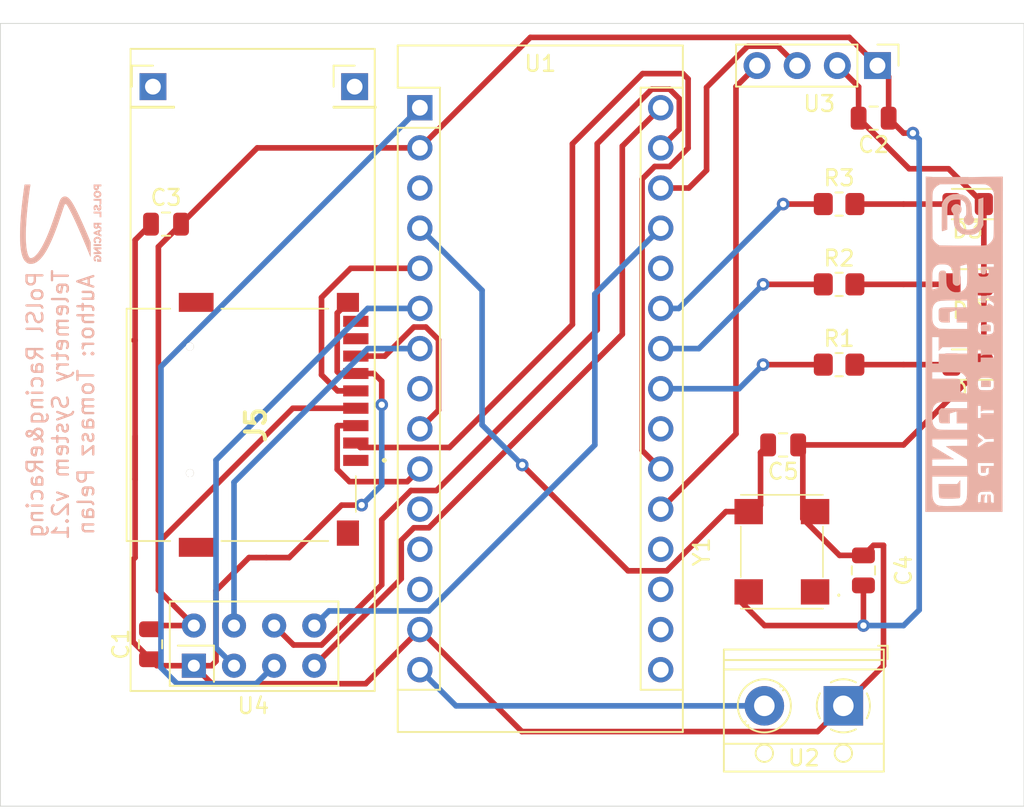
<source format=kicad_pcb>
(kicad_pcb (version 20171130) (host pcbnew "(5.1.10)-1")

  (general
    (thickness 1.6)
    (drawings 5)
    (tracks 203)
    (zones 0)
    (modules 25)
    (nets 41)
  )

  (page A4)
  (layers
    (0 F.Cu signal)
    (31 B.Cu signal)
    (32 B.Adhes user)
    (33 F.Adhes user)
    (34 B.Paste user)
    (35 F.Paste user)
    (36 B.SilkS user)
    (37 F.SilkS user)
    (38 B.Mask user)
    (39 F.Mask user)
    (40 Dwgs.User user)
    (41 Cmts.User user)
    (42 Eco1.User user)
    (43 Eco2.User user)
    (44 Edge.Cuts user)
    (45 Margin user)
    (46 B.CrtYd user)
    (47 F.CrtYd user)
    (48 B.Fab user)
    (49 F.Fab user)
  )

  (setup
    (last_trace_width 0.3556)
    (trace_clearance 0.2)
    (zone_clearance 0.508)
    (zone_45_only no)
    (trace_min 0.2)
    (via_size 0.8)
    (via_drill 0.4)
    (via_min_size 0.4)
    (via_min_drill 0.3)
    (uvia_size 0.3)
    (uvia_drill 0.1)
    (uvias_allowed no)
    (uvia_min_size 0.2)
    (uvia_min_drill 0.1)
    (edge_width 0.05)
    (segment_width 0.2)
    (pcb_text_width 0.3)
    (pcb_text_size 1.5 1.5)
    (mod_edge_width 0.12)
    (mod_text_size 1 1)
    (mod_text_width 0.15)
    (pad_size 1.2 1.4)
    (pad_drill 0)
    (pad_to_mask_clearance 0)
    (aux_axis_origin 0 0)
    (visible_elements 7FFFFFFF)
    (pcbplotparams
      (layerselection 0x010fc_ffffffff)
      (usegerberextensions false)
      (usegerberattributes true)
      (usegerberadvancedattributes true)
      (creategerberjobfile true)
      (excludeedgelayer true)
      (linewidth 0.100000)
      (plotframeref false)
      (viasonmask false)
      (mode 1)
      (useauxorigin false)
      (hpglpennumber 1)
      (hpglpenspeed 20)
      (hpglpendiameter 15.000000)
      (psnegative false)
      (psa4output false)
      (plotreference true)
      (plotvalue true)
      (plotinvisibletext false)
      (padsonsilk false)
      (subtractmaskfromsilk false)
      (outputformat 1)
      (mirror false)
      (drillshape 0)
      (scaleselection 1)
      (outputdirectory "Transmityter_gerber_new/"))
  )

  (net 0 "")
  (net 1 +3V3)
  (net 2 GND)
  (net 3 "Net-(J5-Pad8)")
  (net 4 "Net-(J5-Pad7)")
  (net 5 "Net-(J5-Pad5)")
  (net 6 "Net-(J5-Pad3)")
  (net 7 "Net-(J5-Pad2)")
  (net 8 "Net-(J5-Pad1)")
  (net 9 "Net-(U1-Pad3)")
  (net 10 "Net-(U1-Pad4)")
  (net 11 "Net-(U1-PadA2)")
  (net 12 "Net-(U1-PadA3)")
  (net 13 "Net-(U1-PadD13)")
  (net 14 "Net-(U1-PadD11)")
  (net 15 "Net-(U1-PadD12)")
  (net 16 "Net-(U1-PadD0)")
  (net 17 "Net-(U1-PadNRST)")
  (net 18 "Net-(U1-PadAREF)")
  (net 19 "Net-(U1-PadGND)")
  (net 20 "Net-(U1-PadD2)")
  (net 21 "Net-(U1-PadD4)")
  (net 22 "Net-(U1-PadA4)")
  (net 23 "Net-(U1-PadD8)")
  (net 24 "Net-(U1-PadA7)")
  (net 25 "Net-(U1-PadD9)")
  (net 26 "Net-(U1-PadD10)")
  (net 27 "Net-(U1-PadD1)")
  (net 28 "Net-(D1-Pad2)")
  (net 29 "Net-(D2-Pad2)")
  (net 30 "Net-(D3-Pad2)")
  (net 31 "Net-(R1-Pad1)")
  (net 32 "Net-(R2-Pad1)")
  (net 33 "Net-(R3-Pad1)")
  (net 34 "Net-(Y1-Pad1)")
  (net 35 "Net-(C5-Pad2)")
  (net 36 "Net-(U1-Pad1)")
  (net 37 "Net-(J5-PadMP3)")
  (net 38 "Net-(J5-PadMP2)")
  (net 39 "Net-(J5-PadMP1)")
  (net 40 "Net-(J5-PadCD1)")

  (net_class Default "This is the default net class."
    (clearance 0.2)
    (trace_width 0.3556)
    (via_dia 0.8)
    (via_drill 0.4)
    (uvia_dia 0.3)
    (uvia_drill 0.1)
    (add_net +3V3)
    (add_net GND)
    (add_net "Net-(C5-Pad2)")
    (add_net "Net-(D1-Pad2)")
    (add_net "Net-(D2-Pad2)")
    (add_net "Net-(D3-Pad2)")
    (add_net "Net-(J5-Pad1)")
    (add_net "Net-(J5-Pad2)")
    (add_net "Net-(J5-Pad3)")
    (add_net "Net-(J5-Pad5)")
    (add_net "Net-(J5-Pad7)")
    (add_net "Net-(J5-Pad8)")
    (add_net "Net-(J5-PadCD1)")
    (add_net "Net-(J5-PadMP1)")
    (add_net "Net-(J5-PadMP2)")
    (add_net "Net-(J5-PadMP3)")
    (add_net "Net-(R1-Pad1)")
    (add_net "Net-(R2-Pad1)")
    (add_net "Net-(R3-Pad1)")
    (add_net "Net-(U1-Pad1)")
    (add_net "Net-(U1-Pad3)")
    (add_net "Net-(U1-Pad4)")
    (add_net "Net-(U1-PadA2)")
    (add_net "Net-(U1-PadA3)")
    (add_net "Net-(U1-PadA4)")
    (add_net "Net-(U1-PadA7)")
    (add_net "Net-(U1-PadAREF)")
    (add_net "Net-(U1-PadD0)")
    (add_net "Net-(U1-PadD1)")
    (add_net "Net-(U1-PadD10)")
    (add_net "Net-(U1-PadD11)")
    (add_net "Net-(U1-PadD12)")
    (add_net "Net-(U1-PadD13)")
    (add_net "Net-(U1-PadD2)")
    (add_net "Net-(U1-PadD4)")
    (add_net "Net-(U1-PadD8)")
    (add_net "Net-(U1-PadD9)")
    (add_net "Net-(U1-PadGND)")
    (add_net "Net-(U1-PadNRST)")
    (add_net "Net-(Y1-Pad1)")
  )

  (module logo:logo (layer B.Cu) (tedit 618233A0) (tstamp 618291BB)
    (at 203.2 68.58 270)
    (fp_text reference G*** (at 0 0 270) (layer F.SilkS) hide
      (effects (font (size 1.524 1.524) (thickness 0.3)))
    )
    (fp_text value LOGO (at 0.75 0 270) (layer F.SilkS) hide
      (effects (font (size 1.2 1.2) (thickness 0.3)))
    )
    (fp_poly (pts (xy 9.234484 1.582086) (xy 9.432534 1.574237) (xy 9.572645 1.561996) (xy 9.660267 1.544725)
      (xy 9.694859 1.52805) (xy 9.71389 1.504633) (xy 9.727769 1.464718) (xy 9.737269 1.399253)
      (xy 9.743163 1.299184) (xy 9.746225 1.15546) (xy 9.747228 0.959026) (xy 9.74725 0.914776)
      (xy 9.745419 0.711181) (xy 9.740261 0.536299) (xy 9.732273 0.399689) (xy 9.721951 0.310909)
      (xy 9.714382 0.283663) (xy 9.698367 0.261319) (xy 9.671675 0.245181) (xy 9.624958 0.234276)
      (xy 9.54887 0.227629) (xy 9.434062 0.224268) (xy 9.271189 0.223218) (xy 9.134945 0.223315)
      (xy 8.588375 0.22438) (xy 8.707437 0.321645) (xy 8.8265 0.41891) (xy 8.8265 1.592547)
      (xy 9.234484 1.582086)) (layer B.SilkS) (width 0.01))
    (fp_poly (pts (xy 2.682875 -1.698625) (xy 2.499928 -1.708158) (xy 2.384484 -1.708998) (xy 2.320655 -1.695214)
      (xy 2.300121 -1.673754) (xy 2.293399 -1.623148) (xy 2.290329 -1.52713) (xy 2.291349 -1.403706)
      (xy 2.292568 -1.362596) (xy 2.301875 -1.095375) (xy 2.682875 -1.095375) (xy 2.682875 -1.698625)) (layer B.SilkS) (width 0.01))
    (fp_poly (pts (xy -1.015036 -1.085536) (xy -0.841375 -1.095375) (xy -0.841375 -1.698625) (xy -1.016233 -1.707917)
      (xy -1.137964 -1.706235) (xy -1.216154 -1.687702) (xy -1.230546 -1.677754) (xy -1.252879 -1.622827)
      (xy -1.265992 -1.525727) (xy -1.269931 -1.407099) (xy -1.26474 -1.287591) (xy -1.250466 -1.187849)
      (xy -1.229349 -1.131292) (xy -1.18911 -1.097927) (xy -1.121405 -1.084076) (xy -1.015036 -1.085536)) (layer B.SilkS) (width 0.01))
    (fp_poly (pts (xy -7.591423 1.392786) (xy -7.416422 1.390389) (xy -7.284037 1.386112) (xy -7.201416 1.380103)
      (xy -7.1755 1.373178) (xy -7.185055 1.328599) (xy -7.209363 1.247037) (xy -7.22611 1.196281)
      (xy -7.27672 1.04775) (xy -8.043673 1.046225) (xy -8.291503 1.045183) (xy -8.484243 1.042806)
      (xy -8.630299 1.03856) (xy -8.738074 1.031913) (xy -8.815974 1.02233) (xy -8.872404 1.009278)
      (xy -8.91577 0.992224) (xy -8.918942 0.990663) (xy -9.037916 0.910937) (xy -9.116285 0.804727)
      (xy -9.16121 0.659466) (xy -9.175737 0.539938) (xy -9.179814 0.329715) (xy -9.154098 0.167524)
      (xy -9.09462 0.043388) (xy -8.99741 -0.052672) (xy -8.921224 -0.099966) (xy -8.840749 -0.127049)
      (xy -8.724055 -0.146801) (xy -8.58682 -0.158904) (xy -8.444721 -0.163043) (xy -8.313438 -0.158903)
      (xy -8.208647 -0.146167) (xy -8.146027 -0.124519) (xy -8.137516 -0.11576) (xy -8.062143 -0.045212)
      (xy -7.951367 -0.007872) (xy -7.826322 -0.008039) (xy -7.737867 -0.034455) (xy -7.654944 -0.099866)
      (xy -7.588355 -0.199268) (xy -7.557003 -0.303314) (xy -7.5565 -0.316037) (xy -7.584655 -0.435935)
      (xy -7.657959 -0.545402) (xy -7.759678 -0.619786) (xy -7.763964 -0.621626) (xy -7.846799 -0.653692)
      (xy -7.902371 -0.661519) (xy -7.961572 -0.646374) (xy -8.000348 -0.631315) (xy -8.080148 -0.590733)
      (xy -8.127348 -0.557529) (xy -8.18872 -0.533904) (xy -8.312182 -0.515682) (xy -8.496538 -0.503025)
      (xy -8.54075 -0.501171) (xy -8.709002 -0.492951) (xy -8.830752 -0.481297) (xy -8.923002 -0.463064)
      (xy -9.002748 -0.435109) (xy -9.069351 -0.403438) (xy -9.256648 -0.276329) (xy -9.394009 -0.11177)
      (xy -9.482267 0.091759) (xy -9.522253 0.335778) (xy -9.525 0.428519) (xy -9.503471 0.69276)
      (xy -9.437664 0.913253) (xy -9.325749 1.093478) (xy -9.165896 1.236913) (xy -9.069351 1.294906)
      (xy -8.905875 1.381125) (xy -8.040688 1.391335) (xy -7.801894 1.393151) (xy -7.591423 1.392786)) (layer B.SilkS) (width 0.01))
    (fp_poly (pts (xy -8.414978 0.756704) (xy -8.360404 0.718047) (xy -8.315101 0.684728) (xy -8.26394 0.66205)
      (xy -8.1931 0.64734) (xy -8.088759 0.637924) (xy -7.937097 0.631126) (xy -7.905531 0.630036)
      (xy -7.7417 0.623121) (xy -7.624601 0.6132) (xy -7.537466 0.596999) (xy -7.463527 0.571246)
      (xy -7.386016 0.532668) (xy -7.374564 0.526409) (xy -7.206576 0.402421) (xy -7.089205 0.261876)
      (xy -7.036341 0.182703) (xy -7.001478 0.117649) (xy -6.980271 0.049632) (xy -6.968372 -0.038435)
      (xy -6.961436 -0.163635) (xy -6.958213 -0.253041) (xy -6.954596 -0.417214) (xy -6.958132 -0.53499)
      (xy -6.970579 -0.623241) (xy -6.993697 -0.698842) (xy -7.008362 -0.733935) (xy -7.120218 -0.926859)
      (xy -7.266993 -1.072391) (xy -7.40473 -1.156406) (xy -7.568968 -1.23825) (xy -9.296912 -1.23825)
      (xy -9.246776 -1.081468) (xy -9.196639 -0.924687) (xy -8.416257 -0.914781) (xy -8.146559 -0.910606)
      (xy -7.932558 -0.904347) (xy -7.766453 -0.89397) (xy -7.640441 -0.87744) (xy -7.54672 -0.852723)
      (xy -7.477487 -0.817787) (xy -7.42494 -0.770595) (xy -7.381278 -0.709116) (xy -7.340223 -0.634273)
      (xy -7.293219 -0.497904) (xy -7.272867 -0.337493) (xy -7.278746 -0.174766) (xy -7.310434 -0.031449)
      (xy -7.35358 0.053952) (xy -7.439031 0.154128) (xy -7.52976 0.221562) (xy -7.640699 0.262075)
      (xy -7.786777 0.281489) (xy -7.948087 0.28575) (xy -8.096751 0.284391) (xy -8.196605 0.278542)
      (xy -8.262313 0.265551) (xy -8.308538 0.242764) (xy -8.342825 0.214313) (xy -8.426184 0.161689)
      (xy -8.538824 0.143211) (xy -8.561788 0.142875) (xy -8.662859 0.15099) (xy -8.734169 0.18493)
      (xy -8.797355 0.246564) (xy -8.875812 0.369798) (xy -8.890795 0.492326) (xy -8.84233 0.613403)
      (xy -8.78205 0.685801) (xy -8.661836 0.7716) (xy -8.537847 0.795359) (xy -8.414978 0.756704)) (layer B.SilkS) (width 0.01))
    (fp_poly (pts (xy 10.58164 -2.44856) (xy -10.62736 -2.46888) (xy -10.589578 -0.1778) (xy -10.154992 -0.255644)
      (xy -10.154761 -0.582371) (xy -10.152669 -0.858278) (xy -10.148761 -1.080654) (xy -10.143077 -1.246789)
      (xy -10.135661 -1.353971) (xy -10.129743 -1.391456) (xy -10.051356 -1.566213) (xy -9.92207 -1.717279)
      (xy -9.764829 -1.82503) (xy -9.607783 -1.905) (xy -8.228638 -1.905) (xy -5.095875 -1.905)
      (xy -4.92125 -1.905) (xy -4.92125 -1.0795) (xy -4.721225 -1.0795) (xy -4.583082 -1.087092)
      (xy -4.497429 -1.113254) (xy -4.454706 -1.163059) (xy -4.445 -1.226128) (xy -4.456055 -1.325416)
      (xy -4.497992 -1.377811) (xy -4.583976 -1.396192) (xy -4.619625 -1.397) (xy -4.721524 -1.407104)
      (xy -4.771086 -1.439175) (xy -4.774979 -1.447221) (xy -4.79548 -1.521011) (xy -4.780146 -1.563612)
      (xy -4.719714 -1.583084) (xy -4.613734 -1.5875) (xy -4.465767 -1.575195) (xy -4.367805 -1.532524)
      (xy -4.311415 -1.450848) (xy -4.288164 -1.321531) (xy -4.28625 -1.252107) (xy -4.291183 -1.118174)
      (xy -4.312253 -1.023617) (xy -4.358869 -0.961203) (xy -4.440437 -0.923702) (xy -4.566366 -0.903883)
      (xy -4.746063 -0.894513) (xy -4.751696 -0.894339) (xy -4.926104 -0.889) (xy -3.27025 -0.889)
      (xy -3.27025 -1.905) (xy -3.07975 -1.905) (xy -3.07975 -1.076598) (xy -2.865438 -1.085986)
      (xy -2.651125 -1.095375) (xy -2.651125 -1.381125) (xy -2.787571 -1.390961) (xy -2.879905 -1.40464)
      (xy -2.930265 -1.435904) (xy -2.954258 -1.480341) (xy -2.978847 -1.551354) (xy -2.973115 -1.581034)
      (xy -2.929248 -1.587426) (xy -2.907849 -1.5875) (xy -2.850653 -1.603657) (xy -2.792655 -1.659269)
      (xy -2.733517 -1.74625) (xy -2.673418 -1.836993) (xy -2.625019 -1.884733) (xy -2.57076 -1.902819)
      (xy -2.524712 -1.905) (xy -2.413587 -1.905) (xy -2.605773 -1.592658) (xy -2.525262 -1.512147)
      (xy -2.47654 -1.451747) (xy -2.459399 -1.40196) (xy -1.42875 -1.40196) (xy -1.427833 -1.556141)
      (xy -1.423396 -1.660627) (xy -1.412909 -1.729219) (xy -1.393842 -1.775715) (xy -1.363666 -1.813912)
      (xy -1.350819 -1.827068) (xy -1.297585 -1.870872) (xy -1.235448 -1.894563) (xy -1.143411 -1.903896)
      (xy -1.066563 -1.905) (xy -0.945204 -1.899482) (xy -0.838957 -1.885153) (xy -0.78095 -1.868873)
      (xy -0.717559 -1.821516) (xy -0.67392 -1.741202) (xy -0.647563 -1.619293) (xy -0.636023 -1.447154)
      (xy -0.635 -1.358069) (xy -0.63613 -1.221515) (xy -0.642346 -1.131729) (xy -0.657887 -1.071985)
      (xy -0.686992 -1.025556) (xy -0.731229 -0.978386) (xy -0.783619 -0.929559) (xy -0.831522 -0.901821)
      (xy -0.893891 -0.890444) (xy -0.989676 -0.890695) (xy -1.06805 -0.894307) (xy -1.20535 -0.905095)
      (xy -1.302637 -0.927759) (xy -1.366751 -0.971931) (xy -1.404537 -1.047242) (xy -1.422836 -1.16332)
      (xy -1.428492 -1.329798) (xy -1.42875 -1.40196) (xy -2.459399 -1.40196) (xy -2.452268 -1.381248)
      (xy -2.444874 -1.276286) (xy -2.44475 -1.253125) (xy -2.449467 -1.142231) (xy -2.469505 -1.068677)
      (xy -2.5137 -1.006632) (xy -2.537558 -0.981807) (xy -2.582567 -0.939661) (xy -2.625901 -0.912699)
      (xy -2.682629 -0.897535) (xy -2.767818 -0.89078) (xy -2.896535 -0.889047) (xy -2.950308 -0.889)
      (xy 0.34925 -0.889) (xy 0.34925 -1.0795) (xy 0.54467 -1.0795) (xy 0.650417 -1.080638)
      (xy 0.703246 -1.086918) (xy 0.713734 -1.102638) (xy 0.692457 -1.132096) (xy 0.687545 -1.137562)
      (xy 0.663433 -1.176635) (xy 0.647705 -1.238194) (xy 0.638829 -1.334267) (xy 0.635274 -1.47688)
      (xy 0.635 -1.550312) (xy 0.635 -1.905) (xy 0.8255 -1.905) (xy 0.8255 -1.380769)
      (xy 2.0955 -1.380769) (xy 2.100887 -1.575139) (xy 2.121498 -1.71518) (xy 2.164004 -1.809484)
      (xy 2.235078 -1.866646) (xy 2.34139 -1.895256) (xy 2.489612 -1.903909) (xy 2.501755 -1.90399)
      (xy 2.627013 -1.901994) (xy 2.707843 -1.891526) (xy 2.763204 -1.867875) (xy 2.811318 -1.827068)
      (xy 2.846393 -1.787624) (xy 2.869013 -1.744202) (xy 2.881888 -1.68255) (xy 2.887724 -1.588415)
      (xy 2.889229 -1.447545) (xy 2.88925 -1.416914) (xy 2.887435 -1.273384) (xy 2.882538 -1.150281)
      (xy 2.875383 -1.063597) (xy 2.869527 -1.033297) (xy 2.811447 -0.965813) (xy 2.702503 -0.917358)
      (xy 2.553519 -0.891898) (xy 2.475634 -0.889) (xy 3.8735 -0.889) (xy 3.8735 -1.0795)
      (xy 4.06892 -1.0795) (xy 4.174667 -1.080638) (xy 4.227496 -1.086918) (xy 4.237984 -1.102638)
      (xy 4.216707 -1.132096) (xy 4.211795 -1.137562) (xy 4.187683 -1.176635) (xy 4.171955 -1.238194)
      (xy 4.163079 -1.334267) (xy 4.159524 -1.47688) (xy 4.15925 -1.550312) (xy 4.15925 -1.905)
      (xy 4.34975 -1.905) (xy 4.34975 -1.0795) (xy 4.500562 -1.0795) (xy 4.591513 -1.077109)
      (xy 4.63577 -1.062868) (xy 4.650124 -1.026169) (xy 4.651375 -0.98425) (xy 4.651375 -0.926893)
      (xy 5.641626 -0.926893) (xy 5.671604 -0.983143) (xy 5.733742 -1.077938) (xy 5.772176 -1.135062)
      (xy 5.838196 -1.222114) (xy 5.898184 -1.282406) (xy 5.934589 -1.301678) (xy 5.957972 -1.309893)
      (xy 5.971859 -1.34209) (xy 5.977744 -1.409477) (xy 5.97712 -1.523263) (xy 5.974758 -1.603303)
      (xy 5.964642 -1.905) (xy 6.1595 -1.905) (xy 6.1595 -1.655763) (xy 6.161937 -1.523713)
      (xy 6.172675 -1.433887) (xy 6.196852 -1.365087) (xy 6.239605 -1.296118) (xy 6.250301 -1.281179)
      (xy 6.327066 -1.171296) (xy 6.406213 -1.052299) (xy 6.425325 -1.022415) (xy 6.509546 -0.889)
      (xy 7.493 -0.889) (xy 7.493 -1.905) (xy 7.6835 -1.905) (xy 7.6835 -1.713629)
      (xy 9.296994 -1.713629) (xy 9.39268 -1.809314) (xy 9.443442 -1.856258) (xy 9.491923 -1.884652)
      (xy 9.555718 -1.899139) (xy 9.652424 -1.904364) (xy 9.755183 -1.905) (xy 10.022002 -1.905)
      (xy 10.008209 -1.811024) (xy 9.998964 -1.763508) (xy 9.979173 -1.734932) (xy 9.934831 -1.71966)
      (xy 9.851935 -1.712057) (xy 9.75177 -1.707836) (xy 9.509125 -1.698625) (xy 9.499175 -1.595437)
      (xy 9.489226 -1.49225) (xy 10.017125 -1.49225) (xy 10.017125 -1.30175) (xy 9.81325 -1.30175)
      (xy 9.677417 -1.308401) (xy 9.589613 -1.330314) (xy 9.549297 -1.356119) (xy 9.514035 -1.38455)
      (xy 9.497661 -1.378809) (xy 9.495053 -1.328357) (xy 9.499172 -1.252931) (xy 9.509125 -1.095375)
      (xy 9.739312 -1.086046) (xy 9.851095 -1.078681) (xy 9.933061 -1.06788) (xy 9.969388 -1.05582)
      (xy 9.969933 -1.054296) (xy 9.977739 -1.008715) (xy 9.989511 -0.960437) (xy 9.996047 -0.925131)
      (xy 9.984376 -0.903926) (xy 9.942594 -0.893231) (xy 9.8588 -0.889453) (xy 9.752723 -0.889)
      (xy 9.619202 -0.891298) (xy 9.530824 -0.900898) (xy 9.469313 -0.921854) (xy 9.416395 -0.958222)
      (xy 9.407707 -0.965567) (xy 9.367886 -1.002979) (xy 9.341593 -1.042526) (xy 9.325434 -1.098216)
      (xy 9.316015 -1.184059) (xy 9.309943 -1.314061) (xy 9.307809 -1.377882) (xy 9.296994 -1.713629)
      (xy 7.6835 -1.713629) (xy 7.6835 -1.076598) (xy 7.897812 -1.085986) (xy 8.112125 -1.095375)
      (xy 8.112125 -1.381125) (xy 7.975679 -1.390961) (xy 7.883345 -1.40464) (xy 7.832985 -1.435904)
      (xy 7.808992 -1.480341) (xy 7.78652 -1.544037) (xy 7.77875 -1.573691) (xy 7.806992 -1.582592)
      (xy 7.878076 -1.586847) (xy 7.971536 -1.586763) (xy 8.066907 -1.582646) (xy 8.143724 -1.574802)
      (xy 8.174202 -1.567777) (xy 8.238983 -1.512303) (xy 8.288509 -1.411144) (xy 8.315567 -1.281603)
      (xy 8.3185 -1.221509) (xy 8.309502 -1.114503) (xy 8.274144 -1.037069) (xy 8.225692 -0.981807)
      (xy 8.180683 -0.939661) (xy 8.137349 -0.912699) (xy 8.080621 -0.897535) (xy 7.995432 -0.89078)
      (xy 7.866715 -0.889047) (xy 7.812942 -0.889) (xy 7.493 -0.889) (xy 6.509546 -0.889)
      (xy 6.398267 -0.889) (xy 6.330627 -0.895338) (xy 6.278969 -0.923067) (xy 6.225552 -0.985256)
      (xy 6.183556 -1.047179) (xy 6.125307 -1.1315) (xy 6.079565 -1.189106) (xy 6.059622 -1.205929)
      (xy 6.03294 -1.181672) (xy 5.984616 -1.118162) (xy 5.93725 -1.04775) (xy 5.874611 -0.957083)
      (xy 5.824487 -0.909243) (xy 5.76938 -0.891097) (xy 5.725691 -0.889) (xy 5.670566 -0.889863)
      (xy 5.641912 -0.899147) (xy 5.641626 -0.926893) (xy 4.651375 -0.926893) (xy 4.651375 -0.889)
      (xy 3.8735 -0.889) (xy 2.475634 -0.889) (xy 2.361338 -0.89262) (xy 2.286808 -0.908555)
      (xy 2.228483 -0.944415) (xy 2.188307 -0.981807) (xy 2.145356 -1.027889) (xy 2.118231 -1.072388)
      (xy 2.103302 -1.130911) (xy 2.09694 -1.219063) (xy 2.095512 -1.352451) (xy 2.0955 -1.380769)
      (xy 0.8255 -1.380769) (xy 0.8255 -1.0795) (xy 0.968375 -1.0795) (xy 1.056231 -1.076738)
      (xy 1.097842 -1.060796) (xy 1.110442 -1.020184) (xy 1.11125 -0.98425) (xy 1.11125 -0.889)
      (xy 0.34925 -0.889) (xy -2.950308 -0.889) (xy -3.27025 -0.889) (xy -4.926104 -0.889)
      (xy -5.095875 -0.883803) (xy -5.095875 -1.905) (xy -8.228638 -1.905) (xy -7.856001 -1.904398)
      (xy -7.543011 -1.902526) (xy -7.285825 -1.899285) (xy -7.080601 -1.894575) (xy -6.923496 -1.888297)
      (xy -6.810667 -1.880351) (xy -6.738271 -1.870639) (xy -6.718809 -1.865952) (xy -6.592186 -1.803844)
      (xy -6.466086 -1.702118) (xy -6.359633 -1.579649) (xy -6.291951 -1.45531) (xy -6.286912 -1.4397)
      (xy -6.277312 -1.379012) (xy -6.269738 -1.26814) (xy -6.264152 -1.104868) (xy -6.260516 -0.886976)
      (xy -6.258794 -0.612248) (xy -6.258949 -0.278465) (xy -6.259209 -0.226689) (xy 8.35025 -0.226689)
      (xy 9.040812 -0.216532) (xy 9.269446 -0.212811) (xy 9.444332 -0.208603) (xy 9.575222 -0.202919)
      (xy 9.671866 -0.194772) (xy 9.744015 -0.183174) (xy 9.80142 -0.167137) (xy 9.853832 -0.145674)
      (xy 9.884282 -0.131091) (xy 10.030325 -0.031996) (xy 10.122407 0.072848) (xy 10.151194 0.117922)
      (xy 10.172782 0.160671) (xy 10.188374 0.210877) (xy 10.19917 0.278327) (xy 10.206372 0.372803)
      (xy 10.211182 0.504091) (xy 10.214802 0.681975) (xy 10.217371 0.846145) (xy 10.21947 1.103864)
      (xy 10.215767 1.307026) (xy 10.204325 1.464458) (xy 10.183208 1.584986) (xy 10.150477 1.677435)
      (xy 10.104196 1.750632) (xy 10.042428 1.813403) (xy 9.997085 1.849764) (xy 9.92586 1.897488)
      (xy 9.848319 1.934149) (xy 9.755206 1.961133) (xy 9.637264 1.979827) (xy 9.485237 1.991615)
      (xy 9.289866 1.997885) (xy 9.041897 2.000021) (xy 8.993187 2.000073) (xy 8.35025 2.00025)
      (xy 8.35025 -0.226689) (xy -6.259209 -0.226689) (xy -6.259398 -0.189125) (xy -5.08 -0.189125)
      (xy -5.050139 -0.200479) (xy -4.968022 -0.20946) (xy -4.844848 -0.216066) (xy -4.691816 -0.220298)
      (xy -4.520126 -0.222157) (xy -4.340977 -0.221643) (xy -4.16557 -0.218755) (xy -4.005102 -0.213494)
      (xy -3.870773 -0.20586) (xy -3.773784 -0.195854) (xy -3.739549 -0.189102) (xy -3.575324 -0.112794)
      (xy -3.445726 0.009641) (xy -3.355097 0.168514) (xy -3.307783 0.354138) (xy -3.308127 0.556825)
      (xy -3.316696 0.597488) (xy -2.794 0.597488) (xy -2.794 -0.22225) (xy -2.3495 -0.22225)
      (xy -2.3495 0.6332) (xy -2.350007 0.90477) (xy -2.349352 1.119509) (xy -2.344277 1.28405)
      (xy -2.331521 1.405029) (xy -2.307826 1.489078) (xy -2.269932 1.542833) (xy -2.214579 1.572927)
      (xy -2.138508 1.585994) (xy -2.038459 1.588669) (xy -1.911173 1.587585) (xy -1.880618 1.5875)
      (xy -1.731162 1.58644) (xy -1.6308 1.581415) (xy -1.565134 1.569661) (xy -1.51977 1.548411)
      (xy -1.48031 1.514901) (xy -1.474932 1.509569) (xy -1.436534 1.465199) (xy -1.413278 1.415405)
      (xy -1.401448 1.343536) (xy -1.39733 1.23294) (xy -1.397 1.160319) (xy -1.397 0.889)
      (xy -2.053783 0.889) (xy -2.118616 0.66675) (xy -2.18345 0.4445) (xy -1.397 0.4445)
      (xy -1.397 -0.22225) (xy -0.98425 -0.22225) (xy -0.98425 0.615157) (xy -0.98499 0.844836)
      (xy -0.987071 1.058118) (xy -0.990289 1.245366) (xy -0.994442 1.396944) (xy -0.999323 1.503216)
      (xy -1.004104 1.551832) (xy -1.036332 1.631408) (xy -1.097729 1.728997) (xy -1.146183 1.789956)
      (xy -1.227534 1.870025) (xy -1.316797 1.927582) (xy -1.425895 1.965971) (xy -1.56675 1.988536)
      (xy -1.751286 1.998621) (xy -1.895248 2.000073) (xy -2.107501 1.995577) (xy -2.269679 1.980301)
      (xy -2.394736 1.951194) (xy -2.495624 1.905202) (xy -2.585299 1.839273) (xy -2.588151 1.83678)
      (xy -2.64502 1.781166) (xy -2.690483 1.719932) (xy -2.725786 1.645585) (xy -2.752173 1.550631)
      (xy -2.770889 1.427577) (xy -2.783179 1.268929) (xy -2.790286 1.067194) (xy -2.793457 0.814878)
      (xy -2.794 0.597488) (xy -3.316696 0.597488) (xy -3.339124 0.703914) (xy -3.404262 0.829927)
      (xy -3.512354 0.947956) (xy -3.643728 1.039511) (xy -3.736316 1.077211) (xy -3.817434 1.090888)
      (xy -3.943486 1.10193) (xy -4.095923 1.109054) (xy -4.2268 1.111073) (xy -4.405423 1.113388)
      (xy -4.530171 1.123351) (xy -4.610607 1.145794) (xy -4.656295 1.18555) (xy -4.676797 1.24745)
      (xy -4.681677 1.336326) (xy -4.681682 1.3409) (xy -4.668058 1.445267) (xy -4.620446 1.516186)
      (xy -4.607449 1.52739) (xy -4.571484 1.551086) (xy -4.524515 1.567678) (xy -4.455475 1.578389)
      (xy -4.353295 1.584442) (xy -4.206906 1.587058) (xy -4.063239 1.5875) (xy -3.593263 1.5875)
      (xy -3.533977 1.785938) (xy -3.474691 1.984375) (xy -4.009204 1.99307) (xy -4.250766 1.994897)
      (xy -4.439026 1.990397) (xy -4.584014 1.977855) (xy -4.695761 1.955555) (xy -4.784295 1.921779)
      (xy -4.859648 1.874811) (xy -4.90188 1.840311) (xy -4.988091 1.751113) (xy -5.042774 1.654902)
      (xy -5.07099 1.535693) (xy -5.077803 1.377505) (xy -5.075375 1.292609) (xy -5.066864 1.153422)
      (xy -5.052214 1.058319) (xy -5.026455 0.987891) (xy -4.984618 0.922734) (xy -4.978605 0.914772)
      (xy -4.906638 0.832366) (xy -4.828261 0.773391) (xy -4.731529 0.734191) (xy -4.604497 0.711108)
      (xy -4.435221 0.700487) (xy -4.272071 0.6985) (xy -4.105082 0.697865) (xy -3.989146 0.694611)
      (xy -3.911822 0.686716) (xy -3.860667 0.672156) (xy -3.823238 0.648908) (xy -3.792682 0.620569)
      (xy -3.728005 0.515395) (xy -3.720308 0.397041) (xy -3.764176 0.292815) (xy -3.784096 0.267823)
      (xy -3.809882 0.249556) (xy -3.850887 0.236959) (xy -3.916468 0.22898) (xy -4.015977 0.224565)
      (xy -4.158769 0.22266) (xy -4.3542 0.222213) (xy -4.391238 0.222206) (xy -4.968875 0.222162)
      (xy -5.024438 0.033081) (xy -5.053781 -0.071804) (xy -5.073917 -0.153399) (xy -5.08 -0.189125)
      (xy -6.259398 -0.189125) (xy -6.260922 0.113484) (xy -6.270625 1.544593) (xy -6.358209 1.6769)
      (xy -6.442491 1.779274) (xy -6.546396 1.873931) (xy -6.5781 1.896792) (xy -6.710407 1.984375)
      (xy -8.125641 1.994084) (xy -8.51296 1.996079) (xy -8.839586 1.996289) (xy -9.108305 1.994665)
      (xy -9.321901 1.991161) (xy -9.483158 1.985726) (xy -9.594859 1.978314) (xy -9.659791 1.968876)
      (xy -9.664998 1.967481) (xy -9.842992 1.887237) (xy -9.985705 1.758149) (xy -10.059916 1.651)
      (xy -10.144125 1.508125) (xy -10.153322 0.119194) (xy -10.154992 -0.255644) (xy -10.60196 -0.294827)
      (xy -10.60196 1.961067) (xy -0.47625 2.00025) (xy -0.47625 1.5875) (xy 0.393887 1.5875)
      (xy 0.276318 1.467099) (xy 0.15875 1.346698) (xy 0.15875 -0.22225) (xy 0.570511 -0.22225)
      (xy 0.578943 0.674688) (xy 0.587375 1.571625) (xy 0.896937 1.580713) (xy 1.2065 1.5898)
      (xy 1.2065 2.00025) (xy 1.74625 2.00025) (xy 1.74625 1.162844) (xy 1.746992 0.933134)
      (xy 1.749083 0.719794) (xy 1.752317 0.532466) (xy 1.756488 0.380793) (xy 1.761392 0.274417)
      (xy 1.766194 0.225717) (xy 1.812381 0.117154) (xy 1.899369 0.002807) (xy 2.009428 -0.09848)
      (xy 2.124828 -0.167862) (xy 2.143125 -0.174927) (xy 2.21942 -0.191777) (xy 2.333941 -0.205144)
      (xy 2.473641 -0.214837) (xy 2.625474 -0.220666) (xy 2.776391 -0.222437) (xy 2.786738 -0.22225)
      (xy 3.6195 -0.22225) (xy 4.03225 -0.22225) (xy 4.03225 1.431637) (xy 4.112955 1.512342)
      (xy 4.151572 1.547871) (xy 4.191285 1.570579) (xy 4.245999 1.582762) (xy 4.329619 1.586718)
      (xy 4.45605 1.584742) (xy 4.536805 1.582337) (xy 4.729043 1.571995) (xy 4.859349 1.55482)
      (xy 4.92894 1.530644) (xy 4.932349 1.52805) (xy 4.958179 1.493543) (xy 4.974226 1.433746)
      (xy 4.982434 1.335982) (xy 4.984749 1.187577) (xy 4.98475 1.186738) (xy 4.98475 0.889)
      (xy 4.361346 0.889) (xy 4.303838 0.706438) (xy 4.270489 0.601916) (xy 4.243392 0.519386)
      (xy 4.231143 0.484188) (xy 4.23948 0.466712) (xy 4.285268 0.454861) (xy 4.376069 0.447821)
      (xy 4.519446 0.444781) (xy 4.600353 0.4445) (xy 4.98475 0.4445) (xy 4.98475 -0.22225)
      (xy 5.3975 -0.22225) (xy 6.00075 -0.22225) (xy 6.4135 -0.22225) (xy 6.4135 0.466725)
      (xy 6.414874 0.723162) (xy 6.419006 0.91643) (xy 6.425909 1.046802) (xy 6.435595 1.11455)
      (xy 6.445371 1.123829) (xy 6.470215 1.088622) (xy 6.522802 1.006941) (xy 6.598169 0.886743)
      (xy 6.691354 0.735984) (xy 6.797394 0.562621) (xy 6.870132 0.442791) (xy 7.263022 -0.206375)
      (xy 7.6835 -0.225151) (xy 7.6835 2.00025) (xy 7.271988 2.00025) (xy 7.263431 1.310139)
      (xy 7.254875 0.620027) (xy 6.429375 1.984375) (xy 6.215062 1.993764) (xy 6.00075 2.003152)
      (xy 6.00075 -0.22225) (xy 5.3975 -0.22225) (xy 5.3975 0.684202) (xy 5.397194 0.964025)
      (xy 5.395454 1.187915) (xy 5.391048 1.363441) (xy 5.382742 1.498169) (xy 5.369304 1.599666)
      (xy 5.3495 1.675501) (xy 5.322096 1.73324) (xy 5.285861 1.78045) (xy 5.239561 1.8247)
      (xy 5.207154 1.852373) (xy 5.119869 1.913182) (xy 5.018185 1.955649) (xy 4.889672 1.982462)
      (xy 4.721899 1.996306) (xy 4.524375 1.999896) (xy 4.31079 1.995597) (xy 4.147621 1.980854)
      (xy 4.022249 1.952903) (xy 3.922055 1.908979) (xy 3.838218 1.849531) (xy 3.778018 1.795614)
      (xy 3.730059 1.741119) (xy 3.69295 1.678349) (xy 3.665299 1.59961) (xy 3.645717 1.497203)
      (xy 3.632812 1.363432) (xy 3.625194 1.190602) (xy 3.621472 0.971015) (xy 3.620256 0.696975)
      (xy 3.620197 0.642938) (xy 3.6195 -0.22225) (xy 2.786738 -0.22225) (xy 2.913346 -0.219962)
      (xy 3.023293 -0.213047) (xy 3.093184 -0.201502) (xy 3.1115 -0.189125) (xy 3.103063 -0.14292)
      (xy 3.081139 -0.056309) (xy 3.055937 0.033081) (xy 3.000375 0.222162) (xy 2.62958 0.222206)
      (xy 2.460317 0.224003) (xy 2.343392 0.230224) (xy 2.26772 0.242185) (xy 2.222215 0.261201)
      (xy 2.208892 0.272143) (xy 2.193592 0.294922) (xy 2.181702 0.333832) (xy 2.172815 0.396163)
      (xy 2.16652 0.489206) (xy 2.162409 0.62025) (xy 2.160072 0.796586) (xy 2.159101 1.025503)
      (xy 2.159 1.161143) (xy 2.159 2.00025) (xy 1.74625 2.00025) (xy 1.2065 2.00025)
      (xy -0.47625 2.00025) (xy -10.60196 1.96088) (xy -10.63244 2.40284) (xy 10.586403 2.42824)
      (xy 10.587038 -2.45364)) (layer B.SilkS) (width 0.01))
  )

  (module 112J-TDAR-R01:112JTDARR01 (layer F.Cu) (tedit 6151A0E1) (tstamp 6152051F)
    (at 157.48 73.66 270)
    (descr 112J-TDAR-R01-2)
    (tags Connector)
    (path /6151EB44)
    (fp_text reference J5 (at 0 -0.925 90) (layer F.SilkS)
      (effects (font (size 1.27 1.27) (thickness 0.254)))
    )
    (fp_text value Micro_SD_Card (at 0 -0.925 90) (layer F.SilkS) hide
      (effects (font (size 1.27 1.27) (thickness 0.254)))
    )
    (fp_line (start -7.35 7.25) (end 7.35 7.25) (layer Dwgs.User) (width 0.2))
    (fp_line (start 7.35 7.25) (end 7.35 -7.25) (layer Dwgs.User) (width 0.2))
    (fp_line (start 7.35 -7.25) (end -7.35 -7.25) (layer Dwgs.User) (width 0.2))
    (fp_line (start -7.35 -7.25) (end -7.35 7.25) (layer Dwgs.User) (width 0.2))
    (fp_line (start 3.25 -7.25) (end 5.5 -7.25) (layer F.SilkS) (width 0.1))
    (fp_line (start 5.5 -7.25) (end 5.5 -7.25) (layer F.SilkS) (width 0.1))
    (fp_line (start 5.5 -7.25) (end 3.25 -7.25) (layer F.SilkS) (width 0.1))
    (fp_line (start 3.25 -7.25) (end 3.25 -7.25) (layer F.SilkS) (width 0.1))
    (fp_line (start 7.35 -5.5) (end 7.35 -5.5) (layer F.SilkS) (width 0.1))
    (fp_line (start 7.35 -5.5) (end 7.35 1.25) (layer F.SilkS) (width 0.1))
    (fp_line (start 7.35 1.25) (end 7.35 1.25) (layer F.SilkS) (width 0.1))
    (fp_line (start 7.35 1.25) (end 7.35 -5.5) (layer F.SilkS) (width 0.1))
    (fp_line (start 7.35 4.5) (end 7.35 4.5) (layer F.SilkS) (width 0.1))
    (fp_line (start 7.35 4.5) (end 7.35 7.25) (layer F.SilkS) (width 0.1))
    (fp_line (start 7.35 7.25) (end 7.35 7.25) (layer F.SilkS) (width 0.1))
    (fp_line (start 7.35 7.25) (end 7.35 4.5) (layer F.SilkS) (width 0.1))
    (fp_line (start 7.35 7.25) (end -7.35 7.25) (layer F.SilkS) (width 0.1))
    (fp_line (start -7.35 7.25) (end -7.35 7.25) (layer F.SilkS) (width 0.1))
    (fp_line (start -7.35 7.25) (end 7.35 7.25) (layer F.SilkS) (width 0.1))
    (fp_line (start 7.35 7.25) (end 7.35 7.25) (layer F.SilkS) (width 0.1))
    (fp_line (start -7.35 7.25) (end -7.35 7.25) (layer F.SilkS) (width 0.1))
    (fp_line (start -7.35 7.25) (end -7.35 4.5) (layer F.SilkS) (width 0.1))
    (fp_line (start -7.35 4.5) (end -7.35 4.5) (layer F.SilkS) (width 0.1))
    (fp_line (start -7.35 4.5) (end -7.35 7.25) (layer F.SilkS) (width 0.1))
    (fp_line (start -7.35 1.25) (end -7.35 1.25) (layer F.SilkS) (width 0.1))
    (fp_line (start -7.35 1.25) (end -7.35 -5.5) (layer F.SilkS) (width 0.1))
    (fp_line (start -7.35 -5.5) (end -7.35 -5.5) (layer F.SilkS) (width 0.1))
    (fp_line (start -7.35 -5.5) (end -7.35 1.25) (layer F.SilkS) (width 0.1))
    (fp_line (start -9.35 -10.1) (end 9.35 -10.1) (layer Dwgs.User) (width 0.1))
    (fp_line (start 9.35 -10.1) (end 9.35 8.25) (layer Dwgs.User) (width 0.1))
    (fp_line (start 9.35 8.25) (end -9.35 8.25) (layer Dwgs.User) (width 0.1))
    (fp_line (start -9.35 8.25) (end -9.35 -10.1) (layer Dwgs.User) (width 0.1))
    (fp_line (start 2.25 -9.1) (end 2.25 -9.1) (layer F.SilkS) (width 0.2))
    (fp_line (start 2.25 -9) (end 2.25 -9) (layer F.SilkS) (width 0.2))
    (fp_line (start 2.25 -9.1) (end 2.25 -9.1) (layer F.SilkS) (width 0.2))
    (fp_arc (start 2.25 -9.05) (end 2.25 -9.1) (angle -180) (layer F.SilkS) (width 0.2))
    (fp_arc (start 2.25 -9.05) (end 2.25 -9) (angle -180) (layer F.SilkS) (width 0.2))
    (fp_arc (start 2.25 -9.05) (end 2.25 -9.1) (angle -180) (layer F.SilkS) (width 0.2))
    (pad MP3 smd rect (at -7.75 2.85 270) (size 1.2 2.2) (layers F.Cu F.Paste F.Mask)
      (net 37 "Net-(J5-PadMP3)"))
    (pad MP2 smd rect (at 7.75 2.85 270) (size 1.2 2.2) (layers F.Cu F.Paste F.Mask)
      (net 38 "Net-(J5-PadMP2)"))
    (pad MP1 smd rect (at 6.85 -6.75) (size 1.4 1.6) (layers F.Cu F.Paste F.Mask)
      (net 39 "Net-(J5-PadMP1)"))
    (pad MH2 thru_hole circle (at -4.95 3.25) (size 0.5 0.5) (drill 1) (layers *.Cu *.Mask F.SilkS))
    (pad MH1 thru_hole circle (at 3.05 3.25) (size 0.5 0.5) (drill 1) (layers *.Cu *.Mask F.SilkS))
    (pad CD1 smd rect (at -6.55 -7.25 270) (size 0.7 1.6) (layers F.Cu F.Paste F.Mask)
      (net 40 "Net-(J5-PadCD1)"))
    (pad G1 smd rect (at -7.75 -6.75 270) (size 1.2 1.4) (layers F.Cu F.Paste F.Mask)
      (net 2 GND))
    (pad 8 smd rect (at -5.45 -7.25 270) (size 0.7 1.6) (layers F.Cu F.Paste F.Mask)
      (net 3 "Net-(J5-Pad8)"))
    (pad 7 smd rect (at -4.35 -7.25 270) (size 0.7 1.6) (layers F.Cu F.Paste F.Mask)
      (net 4 "Net-(J5-Pad7)"))
    (pad 6 smd rect (at -3.25 -7.25 270) (size 0.7 1.6) (layers F.Cu F.Paste F.Mask)
      (net 2 GND))
    (pad 5 smd rect (at -2.15 -7.25 270) (size 0.7 1.6) (layers F.Cu F.Paste F.Mask)
      (net 5 "Net-(J5-Pad5)"))
    (pad 4 smd rect (at -1.05 -7.25 270) (size 0.7 1.6) (layers F.Cu F.Paste F.Mask)
      (net 1 +3V3))
    (pad 3 smd rect (at 0.05 -7.25 270) (size 0.7 1.6) (layers F.Cu F.Paste F.Mask)
      (net 6 "Net-(J5-Pad3)"))
    (pad 2 smd rect (at 1.15 -7.25 270) (size 0.7 1.6) (layers F.Cu F.Paste F.Mask)
      (net 7 "Net-(J5-Pad2)"))
    (pad 1 smd rect (at 2.25 -7.25 270) (size 0.7 1.6) (layers F.Cu F.Paste F.Mask)
      (net 8 "Net-(J5-Pad1)"))
  )

  (module Connector_PinHeader_2.54mm:PinHeader_1x04_P2.54mm_Vertical (layer F.Cu) (tedit 602C086D) (tstamp 602BDBF7)
    (at 197.739 50.927 270)
    (descr "Through hole straight pin header, 1x04, 2.54mm pitch, single row")
    (tags "Through hole pin header THT 1x04 2.54mm single row")
    (path /5FB77447)
    (fp_text reference U3 (at 2.413 3.683 180) (layer F.SilkS)
      (effects (font (size 1 1) (thickness 0.15)))
    )
    (fp_text value CAN_Waveshare (at -3.302 4.064 180) (layer F.Fab)
      (effects (font (size 1 1) (thickness 0.15)))
    )
    (fp_line (start 1.8 -1.8) (end -1.8 -1.8) (layer F.CrtYd) (width 0.05))
    (fp_line (start 1.8 9.4) (end 1.8 -1.8) (layer F.CrtYd) (width 0.05))
    (fp_line (start -1.8 9.4) (end 1.8 9.4) (layer F.CrtYd) (width 0.05))
    (fp_line (start -1.8 -1.8) (end -1.8 9.4) (layer F.CrtYd) (width 0.05))
    (fp_line (start -1.33 -1.33) (end 0 -1.33) (layer F.SilkS) (width 0.12))
    (fp_line (start -1.33 0) (end -1.33 -1.33) (layer F.SilkS) (width 0.12))
    (fp_line (start -1.33 1.27) (end 1.33 1.27) (layer F.SilkS) (width 0.12))
    (fp_line (start 1.33 1.27) (end 1.33 8.95) (layer F.SilkS) (width 0.12))
    (fp_line (start -1.33 1.27) (end -1.33 8.95) (layer F.SilkS) (width 0.12))
    (fp_line (start -1.33 8.95) (end 1.33 8.95) (layer F.SilkS) (width 0.12))
    (fp_line (start -1.27 -0.635) (end -0.635 -1.27) (layer F.Fab) (width 0.1))
    (fp_line (start -1.27 8.89) (end -1.27 -0.635) (layer F.Fab) (width 0.1))
    (fp_line (start 1.27 8.89) (end -1.27 8.89) (layer F.Fab) (width 0.1))
    (fp_line (start 1.27 -1.27) (end 1.27 8.89) (layer F.Fab) (width 0.1))
    (fp_line (start -0.635 -1.27) (end 1.27 -1.27) (layer F.Fab) (width 0.1))
    (fp_line (start -1.905 9.525) (end 25.4 9.525) (layer Dwgs.User) (width 0.12))
    (fp_line (start 25.4 9.525) (end 25.4 -1.905) (layer Dwgs.User) (width 0.12))
    (fp_line (start 25.4 -1.905) (end -1.905 -1.905) (layer Dwgs.User) (width 0.12))
    (fp_line (start -1.905 -1.905) (end -1.905 9.525) (layer Dwgs.User) (width 0.12))
    (fp_text user %R (at 0 3.81) (layer F.Fab)
      (effects (font (size 1 1) (thickness 0.15)))
    )
    (pad 3.3V thru_hole rect (at 0 0 270) (size 1.7 1.7) (drill 1) (layers *.Cu *.Mask)
      (net 1 +3V3))
    (pad GND thru_hole oval (at 0 2.54 270) (size 1.7 1.7) (drill 1) (layers *.Cu *.Mask)
      (net 2 GND))
    (pad CAN_RX thru_hole oval (at 0 5.08 270) (size 1.7 1.7) (drill 1) (layers *.Cu *.Mask)
      (net 26 "Net-(U1-PadD10)"))
    (pad CAN_TX thru_hole oval (at 0 7.62 270) (size 1.7 1.7) (drill 1) (layers *.Cu *.Mask)
      (net 20 "Net-(U1-PadD2)"))
    (model ${KISYS3DMOD}/Connector_PinHeader_2.54mm.3dshapes/PinHeader_1x04_P2.54mm_Vertical.wrl
      (at (xyz 0 0 0))
      (scale (xyz 1 1 1))
      (rotate (xyz 0 0 0))
    )
  )

  (module LFSPXO018044Reel:LFSPXO018044Reel (layer F.Cu) (tedit 614B6B77) (tstamp 6140B9AE)
    (at 191.69 81.69 90)
    (descr LFSPXO018044Reel-2)
    (tags "Crystal or Oscillator")
    (path /61407ADB)
    (attr smd)
    (fp_text reference Y1 (at 0 -5.08 90) (layer F.SilkS)
      (effects (font (size 1 1) (thickness 0.15)))
    )
    (fp_text value Crystal_GND23 (at 0 3.7 90) (layer F.Fab)
      (effects (font (size 1 1) (thickness 0.15)))
    )
    (fp_line (start -2.7 3.6) (end -2.7 3.6) (layer F.SilkS) (width 0.1))
    (fp_line (start -2.8 3.6) (end -2.8 3.6) (layer F.SilkS) (width 0.1))
    (fp_line (start 3.6 -2.6) (end 3.6 2.6) (layer F.SilkS) (width 0.1))
    (fp_line (start -1.6 2.6) (end 1.6 2.6) (layer F.SilkS) (width 0.1))
    (fp_line (start -3.6 -2.6) (end -3.6 2.6) (layer F.SilkS) (width 0.1))
    (fp_line (start -1.6 -2.6) (end 1.6 -2.6) (layer F.SilkS) (width 0.1))
    (fp_line (start -4.6 4.65) (end -4.6 -4) (layer Dwgs.User) (width 0.1))
    (fp_line (start 4.6 4.65) (end -4.6 4.65) (layer Dwgs.User) (width 0.1))
    (fp_line (start 4.6 -4) (end 4.6 4.65) (layer Dwgs.User) (width 0.1))
    (fp_line (start -4.6 -4) (end 4.6 -4) (layer Dwgs.User) (width 0.1))
    (fp_line (start -3.6 2.6) (end -3.6 -2.6) (layer Dwgs.User) (width 0.2))
    (fp_line (start 3.6 2.6) (end -3.6 2.6) (layer Dwgs.User) (width 0.2))
    (fp_line (start 3.6 -2.6) (end 3.6 2.6) (layer Dwgs.User) (width 0.2))
    (fp_line (start -3.6 -2.6) (end 3.6 -2.6) (layer Dwgs.User) (width 0.2))
    (fp_text user %R (at 0 0 270) (layer F.Fab)
      (effects (font (size 1 1) (thickness 0.15)))
    )
    (fp_arc (start -2.75 3.6) (end -2.7 3.6) (angle -180) (layer F.SilkS) (width 0.1))
    (fp_arc (start -2.75 3.6) (end -2.8 3.6) (angle -180) (layer F.SilkS) (width 0.1))
    (pad 4 smd rect (at -2.54 -2.1 90) (size 1.6 1.8) (layers F.Cu F.Paste F.Mask)
      (net 1 +3V3))
    (pad 3 smd rect (at 2.54 -2.1 90) (size 1.6 1.8) (layers F.Cu F.Paste F.Mask)
      (net 35 "Net-(C5-Pad2)"))
    (pad 2 smd rect (at 2.54 2.1 90) (size 1.6 1.8) (layers F.Cu F.Paste F.Mask)
      (net 2 GND))
    (pad 1 smd rect (at -2.54 2.1 90) (size 1.6 1.8) (layers F.Cu F.Paste F.Mask)
      (net 34 "Net-(Y1-Pad1)"))
  )

  (module Capacitor_SMD:C_0805_2012Metric (layer F.Cu) (tedit 5F68FEEE) (tstamp 61470334)
    (at 191.77 74.93 180)
    (descr "Capacitor SMD 0805 (2012 Metric), square (rectangular) end terminal, IPC_7351 nominal, (Body size source: IPC-SM-782 page 76, https://www.pcb-3d.com/wordpress/wp-content/uploads/ipc-sm-782a_amendment_1_and_2.pdf, https://docs.google.com/spreadsheets/d/1BsfQQcO9C6DZCsRaXUlFlo91Tg2WpOkGARC1WS5S8t0/edit?usp=sharing), generated with kicad-footprint-generator")
    (tags capacitor)
    (path /61469C9C)
    (attr smd)
    (fp_text reference C5 (at 0 -1.68) (layer F.SilkS)
      (effects (font (size 1 1) (thickness 0.15)))
    )
    (fp_text value 15p (at 0 1.68) (layer F.Fab)
      (effects (font (size 1 1) (thickness 0.15)))
    )
    (fp_line (start 1.7 0.98) (end -1.7 0.98) (layer F.CrtYd) (width 0.05))
    (fp_line (start 1.7 -0.98) (end 1.7 0.98) (layer F.CrtYd) (width 0.05))
    (fp_line (start -1.7 -0.98) (end 1.7 -0.98) (layer F.CrtYd) (width 0.05))
    (fp_line (start -1.7 0.98) (end -1.7 -0.98) (layer F.CrtYd) (width 0.05))
    (fp_line (start -0.261252 0.735) (end 0.261252 0.735) (layer F.SilkS) (width 0.12))
    (fp_line (start -0.261252 -0.735) (end 0.261252 -0.735) (layer F.SilkS) (width 0.12))
    (fp_line (start 1 0.625) (end -1 0.625) (layer F.Fab) (width 0.1))
    (fp_line (start 1 -0.625) (end 1 0.625) (layer F.Fab) (width 0.1))
    (fp_line (start -1 -0.625) (end 1 -0.625) (layer F.Fab) (width 0.1))
    (fp_line (start -1 0.625) (end -1 -0.625) (layer F.Fab) (width 0.1))
    (fp_text user %R (at 0 0) (layer F.Fab)
      (effects (font (size 0.5 0.5) (thickness 0.08)))
    )
    (pad 2 smd roundrect (at 0.95 0 180) (size 1 1.45) (layers F.Cu F.Paste F.Mask) (roundrect_rratio 0.25)
      (net 35 "Net-(C5-Pad2)"))
    (pad 1 smd roundrect (at -0.95 0 180) (size 1 1.45) (layers F.Cu F.Paste F.Mask) (roundrect_rratio 0.25)
      (net 2 GND))
    (model ${KISYS3DMOD}/Capacitor_SMD.3dshapes/C_0805_2012Metric.wrl
      (at (xyz 0 0 0))
      (scale (xyz 1 1 1))
      (rotate (xyz 0 0 0))
    )
  )

  (module TerminalBlock_RND:TerminalBlock_RND_205-00012_1x02_P5.00mm_Horizontal (layer F.Cu) (tedit 602C064B) (tstamp 602BDBDF)
    (at 195.58 91.44 180)
    (descr "terminal block RND 205-00012, 2 pins, pitch 5mm, size 10x7.6mm^2, drill diamater 1.3mm, pad diameter 2.5mm, see http://cdn-reichelt.de/documents/datenblatt/C151/RND_205-00012_DB_EN.pdf, script-generated using https://github.com/pointhi/kicad-footprint-generator/scripts/TerminalBlock_RND")
    (tags "THT terminal block RND 205-00012 pitch 5mm size 10x7.6mm^2 drill 1.3mm pad 2.5mm")
    (path /5FB77F37)
    (fp_text reference U2 (at 2.5 -3.302) (layer F.SilkS)
      (effects (font (size 1 1) (thickness 0.15)))
    )
    (fp_text value Step-down (at 2.5 4.56) (layer F.Fab)
      (effects (font (size 1 1) (thickness 0.15)))
    )
    (fp_line (start 8 -4.6) (end -3 -4.6) (layer F.CrtYd) (width 0.05))
    (fp_line (start 8 4) (end 8 -4.6) (layer F.CrtYd) (width 0.05))
    (fp_line (start -3 4) (end 8 4) (layer F.CrtYd) (width 0.05))
    (fp_line (start -3 -4.6) (end -3 4) (layer F.CrtYd) (width 0.05))
    (fp_line (start -2.8 3.8) (end -2.2 3.8) (layer F.SilkS) (width 0.12))
    (fp_line (start -2.8 2.96) (end -2.8 3.8) (layer F.SilkS) (width 0.12))
    (fp_line (start 3.82 0.976) (end 3.726 1.069) (layer F.SilkS) (width 0.12))
    (fp_line (start 6.07 -1.275) (end 6.011 -1.216) (layer F.SilkS) (width 0.12))
    (fp_line (start 3.99 1.216) (end 3.931 1.274) (layer F.SilkS) (width 0.12))
    (fp_line (start 6.275 -1.069) (end 6.181 -0.976) (layer F.SilkS) (width 0.12))
    (fp_line (start 5.955 -1.138) (end 3.863 0.955) (layer F.Fab) (width 0.1))
    (fp_line (start 6.138 -0.955) (end 4.046 1.138) (layer F.Fab) (width 0.1))
    (fp_line (start 0.955 -1.138) (end -1.138 0.955) (layer F.Fab) (width 0.1))
    (fp_line (start 1.138 -0.955) (end -0.955 1.138) (layer F.Fab) (width 0.1))
    (fp_line (start 7.56 -4.16) (end 7.56 3.561) (layer F.SilkS) (width 0.12))
    (fp_line (start -2.56 -4.16) (end -2.56 3.561) (layer F.SilkS) (width 0.12))
    (fp_line (start -2.56 3.561) (end 7.56 3.561) (layer F.SilkS) (width 0.12))
    (fp_line (start -2.56 -4.16) (end 7.56 -4.16) (layer F.SilkS) (width 0.12))
    (fp_line (start -2.56 -2.4) (end 7.56 -2.4) (layer F.SilkS) (width 0.12))
    (fp_line (start -2.5 -2.4) (end 7.5 -2.4) (layer F.Fab) (width 0.1))
    (fp_line (start -2.56 2.3) (end 7.56 2.3) (layer F.SilkS) (width 0.12))
    (fp_line (start -2.5 2.3) (end 7.5 2.3) (layer F.Fab) (width 0.1))
    (fp_line (start -2.56 2.9) (end 7.56 2.9) (layer F.SilkS) (width 0.12))
    (fp_line (start -2.5 2.9) (end 7.5 2.9) (layer F.Fab) (width 0.1))
    (fp_line (start -2.5 2.9) (end -2.5 -4.1) (layer F.Fab) (width 0.1))
    (fp_line (start -1.9 3.5) (end -2.5 2.9) (layer F.Fab) (width 0.1))
    (fp_line (start 7.5 3.5) (end -1.9 3.5) (layer F.Fab) (width 0.1))
    (fp_line (start 7.5 -4.1) (end 7.5 3.5) (layer F.Fab) (width 0.1))
    (fp_line (start -2.5 -4.1) (end 7.5 -4.1) (layer F.Fab) (width 0.1))
    (fp_circle (center 5 -3) (end 5.55 -3) (layer F.SilkS) (width 0.12))
    (fp_circle (center 5 -3) (end 5.55 -3) (layer F.Fab) (width 0.1))
    (fp_circle (center 5 0) (end 6.68 0) (layer F.SilkS) (width 0.12))
    (fp_circle (center 5 0) (end 6.5 0) (layer F.Fab) (width 0.1))
    (fp_circle (center 0 -3) (end 0.55 -3) (layer F.SilkS) (width 0.12))
    (fp_circle (center 0 -3) (end 0.55 -3) (layer F.Fab) (width 0.1))
    (fp_circle (center 0 0) (end 1.5 0) (layer F.Fab) (width 0.1))
    (fp_arc (start 0 0) (end 0 1.68) (angle -28) (layer F.SilkS) (width 0.12))
    (fp_arc (start 0 0) (end 1.484 0.789) (angle -56) (layer F.SilkS) (width 0.12))
    (fp_arc (start 0 0) (end 0.789 -1.484) (angle -56) (layer F.SilkS) (width 0.12))
    (fp_arc (start 0 0) (end -1.484 -0.789) (angle -56) (layer F.SilkS) (width 0.12))
    (fp_arc (start 0 0) (end -0.789 1.484) (angle -29) (layer F.SilkS) (width 0.12))
    (fp_text user %R (at 2.5 -3.302) (layer F.Fab)
      (effects (font (size 1 1) (thickness 0.15)))
    )
    (pad OUT- thru_hole rect (at 0 0 180) (size 2.5 2.5) (drill 1.3) (layers *.Cu *.Mask)
      (net 2 GND))
    (pad OUT+ thru_hole circle (at 5 0 180) (size 2.5 2.5) (drill 1.3) (layers *.Cu *.Mask)
      (net 36 "Net-(U1-Pad1)"))
    (model ${KISYS3DMOD}/TerminalBlock_RND.3dshapes/TerminalBlock_RND_205-00012_1x02_P5.00mm_Horizontal.wrl
      (at (xyz 0 0 0))
      (scale (xyz 1 1 1))
      (rotate (xyz 0 0 0))
    )
  )

  (module Resistor_SMD:R_0805_2012Metric_Pad1.20x1.40mm_HandSolder (layer F.Cu) (tedit 614B87AF) (tstamp 613FFBB8)
    (at 195.31 64.77)
    (descr "Resistor SMD 0805 (2012 Metric), square (rectangular) end terminal, IPC_7351 nominal with elongated pad for handsoldering. (Body size source: IPC-SM-782 page 72, https://www.pcb-3d.com/wordpress/wp-content/uploads/ipc-sm-782a_amendment_1_and_2.pdf), generated with kicad-footprint-generator")
    (tags "resistor handsolder")
    (path /61420563)
    (attr smd)
    (fp_text reference R2 (at 0 -1.65) (layer F.SilkS)
      (effects (font (size 1 1) (thickness 0.15)))
    )
    (fp_text value 100 (at 0 1.65) (layer F.Fab)
      (effects (font (size 1 1) (thickness 0.15)))
    )
    (fp_line (start -1 0.625) (end -1 -0.625) (layer F.Fab) (width 0.1))
    (fp_line (start -1 -0.625) (end 1 -0.625) (layer F.Fab) (width 0.1))
    (fp_line (start 1 -0.625) (end 1 0.625) (layer F.Fab) (width 0.1))
    (fp_line (start 1 0.625) (end -1 0.625) (layer F.Fab) (width 0.1))
    (fp_line (start -0.227064 -0.735) (end 0.227064 -0.735) (layer F.SilkS) (width 0.12))
    (fp_line (start -0.227064 0.735) (end 0.227064 0.735) (layer F.SilkS) (width 0.12))
    (fp_line (start -1.85 0.95) (end -1.85 -0.95) (layer F.CrtYd) (width 0.05))
    (fp_line (start -1.85 -0.95) (end 1.85 -0.95) (layer F.CrtYd) (width 0.05))
    (fp_line (start 1.85 -0.95) (end 1.85 0.95) (layer F.CrtYd) (width 0.05))
    (fp_line (start 1.85 0.95) (end -1.85 0.95) (layer F.CrtYd) (width 0.05))
    (fp_text user %R (at 0 0) (layer F.Fab)
      (effects (font (size 0.5 0.5) (thickness 0.08)))
    )
    (pad 2 smd roundrect (at 1 0) (size 1.2 1.4) (layers F.Cu F.Paste F.Mask) (roundrect_rratio 0.208)
      (net 29 "Net-(D2-Pad2)"))
    (pad 1 smd roundrect (at -1 0) (size 1.2 1.4) (layers F.Cu F.Paste F.Mask) (roundrect_rratio 0.208)
      (net 32 "Net-(R2-Pad1)"))
    (model ${KISYS3DMOD}/Resistor_SMD.3dshapes/R_0805_2012Metric.wrl
      (at (xyz 0 0 0))
      (scale (xyz 1 1 1))
      (rotate (xyz 0 0 0))
    )
  )

  (module Loga_PolSl_Racing:Logo_Racing_5x5 (layer B.Cu) (tedit 0) (tstamp 613FFE2D)
    (at 146.05 60.96 270)
    (fp_text reference G*** (at 3.81 0 270) (layer F.SilkS) hide
      (effects (font (size 1.524 1.524) (thickness 0.3)))
    )
    (fp_text value LOGO (at 2.54 0 270) (layer F.SilkS) hide
      (effects (font (size 1.524 1.524) (thickness 0.3)))
    )
    (fp_poly (pts (xy -2.325786 -2.094137) (xy -2.28143 -2.097322) (xy -2.248116 -2.103923) (xy -2.222632 -2.115001)
      (xy -2.201763 -2.131612) (xy -2.182298 -2.154817) (xy -2.17748 -2.16148) (xy -2.154717 -2.207661)
      (xy -2.14744 -2.257146) (xy -2.155082 -2.306224) (xy -2.177076 -2.351184) (xy -2.212008 -2.387675)
      (xy -2.23097 -2.40064) (xy -2.249747 -2.40864) (xy -2.273864 -2.413157) (xy -2.308844 -2.415673)
      (xy -2.317825 -2.416075) (xy -2.390447 -2.41915) (xy -2.395483 -2.570656) (xy -2.450224 -2.573263)
      (xy -2.504965 -2.575871) (xy -2.504965 -2.189656) (xy -2.391103 -2.189656) (xy -2.391103 -2.321035)
      (xy -2.342931 -2.321035) (xy -2.309762 -2.319016) (xy -2.288177 -2.311971) (xy -2.277241 -2.303518)
      (xy -2.262969 -2.278153) (xy -2.260207 -2.247172) (xy -2.268956 -2.218165) (xy -2.277241 -2.207173)
      (xy -2.29412 -2.195845) (xy -2.318783 -2.190558) (xy -2.342931 -2.189656) (xy -2.391103 -2.189656)
      (xy -2.504965 -2.189656) (xy -2.504965 -2.093311) (xy -2.384398 -2.093311) (xy -2.325786 -2.094137)) (layer B.SilkS) (width 0.01))
    (fp_poly (pts (xy -1.84824 -2.0956) (xy -1.794006 -2.1126) (xy -1.780682 -2.119565) (xy -1.731786 -2.156969)
      (xy -1.695458 -2.20417) (xy -1.672105 -2.258353) (xy -1.662136 -2.316705) (xy -1.66596 -2.376411)
      (xy -1.683986 -2.434657) (xy -1.716621 -2.48863) (xy -1.725544 -2.499358) (xy -1.76947 -2.537368)
      (xy -1.820992 -2.562251) (xy -1.87641 -2.573189) (xy -1.932027 -2.56936) (xy -1.975069 -2.554685)
      (xy -2.028619 -2.519704) (xy -2.069812 -2.474463) (xy -2.098108 -2.421638) (xy -2.112961 -2.363902)
      (xy -2.113455 -2.329793) (xy -1.999795 -2.329793) (xy -1.993535 -2.381054) (xy -1.975683 -2.422261)
      (xy -1.947628 -2.45168) (xy -1.910759 -2.467579) (xy -1.887483 -2.469931) (xy -1.847569 -2.463101)
      (xy -1.827179 -2.451641) (xy -1.798542 -2.420438) (xy -1.782553 -2.380562) (xy -1.778 -2.333742)
      (xy -1.784051 -2.280607) (xy -1.801738 -2.238383) (xy -1.830357 -2.208663) (xy -1.83423 -2.206171)
      (xy -1.873418 -2.191522) (xy -1.913448 -2.194216) (xy -1.941799 -2.206818) (xy -1.97403 -2.236336)
      (xy -1.993402 -2.277621) (xy -1.999795 -2.329793) (xy -2.113455 -2.329793) (xy -2.11383 -2.303931)
      (xy -2.100171 -2.2444) (xy -2.071441 -2.187984) (xy -2.054141 -2.165139) (xy -2.01223 -2.128441)
      (xy -1.961306 -2.10418) (xy -1.905325 -2.093013) (xy -1.84824 -2.0956)) (layer B.SilkS) (width 0.01))
    (fp_poly (pts (xy -1.488965 -2.469931) (xy -1.251609 -2.469931) (xy -1.254235 -2.520293) (xy -1.256862 -2.570656)
      (xy -1.425465 -2.573034) (xy -1.594069 -2.575413) (xy -1.594069 -2.093311) (xy -1.488965 -2.093311)
      (xy -1.488965 -2.469931)) (layer B.SilkS) (width 0.01))
    (fp_poly (pts (xy -0.964531 -2.098394) (xy -0.917944 -2.1143) (xy -0.889134 -2.127831) (xy -0.874611 -2.138998)
      (xy -0.872588 -2.1524) (xy -0.881277 -2.172637) (xy -0.889505 -2.187512) (xy -0.914053 -2.231181)
      (xy -0.958457 -2.210504) (xy -0.995448 -2.197337) (xy -1.032997 -2.190665) (xy -1.065447 -2.19108)
      (xy -1.084581 -2.197309) (xy -1.092341 -2.210967) (xy -1.093339 -2.23002) (xy -1.090974 -2.241693)
      (xy -1.08493 -2.250701) (xy -1.072126 -2.258868) (xy -1.049477 -2.268018) (xy -1.013902 -2.279973)
      (xy -1.002862 -2.283539) (xy -0.958292 -2.298882) (xy -0.926746 -2.312528) (xy -0.904143 -2.326539)
      (xy -0.88734 -2.341953) (xy -0.861902 -2.380818) (xy -0.851654 -2.423022) (xy -0.855559 -2.465305)
      (xy -0.87258 -2.504408) (xy -0.901681 -2.537068) (xy -0.941825 -2.560027) (xy -0.958312 -2.565172)
      (xy -1.014611 -2.573232) (xy -1.0759 -2.572063) (xy -1.129862 -2.56253) (xy -1.156741 -2.553648)
      (xy -1.186868 -2.541662) (xy -1.213942 -2.529285) (xy -1.231664 -2.519229) (xy -1.233192 -2.518033)
      (xy -1.231048 -2.509689) (xy -1.222848 -2.490239) (xy -1.212546 -2.4684) (xy -1.189293 -2.420988)
      (xy -1.14429 -2.44327) (xy -1.109411 -2.45641) (xy -1.071169 -2.464329) (xy -1.03412 -2.466833)
      (xy -1.002818 -2.463729) (xy -0.981817 -2.454824) (xy -0.977772 -2.450346) (xy -0.97511 -2.432577)
      (xy -0.989821 -2.415072) (xy -1.021764 -2.397941) (xy -1.064172 -2.383216) (xy -1.118507 -2.364407)
      (xy -1.158296 -2.343837) (xy -1.186513 -2.319715) (xy -1.199978 -2.301408) (xy -1.215284 -2.261148)
      (xy -1.215196 -2.219473) (xy -1.201308 -2.179242) (xy -1.175212 -2.143315) (xy -1.138504 -2.114554)
      (xy -1.092775 -2.095818) (xy -1.084351 -2.093863) (xy -1.026106 -2.089512) (xy -0.964531 -2.098394)) (layer B.SilkS) (width 0.01))
    (fp_poly (pts (xy -0.674414 -2.469931) (xy -0.44669 -2.469931) (xy -0.44669 -2.575035) (xy -0.788276 -2.575035)
      (xy -0.788276 -2.093311) (xy -0.674414 -2.093311) (xy -0.674414 -2.469931)) (layer B.SilkS) (width 0.01))
    (fp_poly (pts (xy 0.105721 -2.094343) (xy 0.152867 -2.098095) (xy 0.188577 -2.105544) (xy 0.215848 -2.117672)
      (xy 0.237678 -2.135458) (xy 0.257065 -2.159882) (xy 0.259676 -2.163768) (xy 0.278674 -2.205081)
      (xy 0.28613 -2.250684) (xy 0.282579 -2.296179) (xy 0.268558 -2.337164) (xy 0.244604 -2.369239)
      (xy 0.233576 -2.377806) (xy 0.211514 -2.392262) (xy 0.263412 -2.47464) (xy 0.284335 -2.508619)
      (xy 0.301221 -2.537507) (xy 0.312147 -2.557915) (xy 0.31531 -2.566026) (xy 0.307205 -2.570922)
      (xy 0.285437 -2.574118) (xy 0.259737 -2.575035) (xy 0.233436 -2.574696) (xy 0.214138 -2.572063)
      (xy 0.198735 -2.564707) (xy 0.18412 -2.550203) (xy 0.167187 -2.526123) (xy 0.144829 -2.49004)
      (xy 0.139303 -2.480955) (xy 0.120233 -2.450168) (xy 0.106628 -2.43141) (xy 0.094923 -2.421694)
      (xy 0.081556 -2.418037) (xy 0.0635 -2.417455) (xy 0.026276 -2.41738) (xy 0.026276 -2.575035)
      (xy -0.078828 -2.575035) (xy -0.078828 -2.189656) (xy 0.026276 -2.189656) (xy 0.026276 -2.321035)
      (xy 0.083207 -2.321035) (xy 0.117585 -2.31979) (xy 0.139735 -2.315245) (xy 0.154823 -2.306186)
      (xy 0.157655 -2.303518) (xy 0.171873 -2.278257) (xy 0.175172 -2.255345) (xy 0.170479 -2.224757)
      (xy 0.155144 -2.204511) (xy 0.127282 -2.19326) (xy 0.08501 -2.18966) (xy 0.083207 -2.189656)
      (xy 0.026276 -2.189656) (xy -0.078828 -2.189656) (xy -0.078828 -2.093311) (xy 0.044142 -2.093311)
      (xy 0.105721 -2.094343)) (layer B.SilkS) (width 0.01))
    (fp_poly (pts (xy 0.690559 -2.325252) (xy 0.713533 -2.385457) (xy 0.734306 -2.440476) (xy 0.75208 -2.488148)
      (xy 0.766057 -2.526316) (xy 0.77544 -2.552819) (xy 0.779432 -2.5655) (xy 0.779517 -2.566114)
      (xy 0.771435 -2.570899) (xy 0.74984 -2.574075) (xy 0.723548 -2.575035) (xy 0.667578 -2.575035)
      (xy 0.64748 -2.518104) (xy 0.627381 -2.461173) (xy 0.483132 -2.461173) (xy 0.468131 -2.507156)
      (xy 0.4582 -2.534882) (xy 0.448891 -2.556445) (xy 0.444458 -2.564087) (xy 0.431678 -2.570446)
      (xy 0.409186 -2.574185) (xy 0.382525 -2.57531) (xy 0.357238 -2.573823) (xy 0.338868 -2.569731)
      (xy 0.332828 -2.563998) (xy 0.334512 -2.556122) (xy 0.339833 -2.539436) (xy 0.349189 -2.512867)
      (xy 0.362979 -2.475344) (xy 0.381602 -2.425792) (xy 0.398145 -2.382345) (xy 0.500185 -2.382345)
      (xy 0.552265 -2.382345) (xy 0.579806 -2.381343) (xy 0.598615 -2.378739) (xy 0.604167 -2.375776)
      (xy 0.601596 -2.365052) (xy 0.594843 -2.341698) (xy 0.585099 -2.309759) (xy 0.579018 -2.29038)
      (xy 0.554046 -2.211552) (xy 0.544306 -2.246982) (xy 0.53576 -2.275851) (xy 0.524453 -2.311299)
      (xy 0.517376 -2.332379) (xy 0.500185 -2.382345) (xy 0.398145 -2.382345) (xy 0.405458 -2.36314)
      (xy 0.434947 -2.286315) (xy 0.469701 -2.196225) (xy 0.509473 -2.093311) (xy 0.6016 -2.093311)
      (xy 0.690559 -2.325252)) (layer B.SilkS) (width 0.01))
    (fp_poly (pts (xy 1.061928 -2.094799) (xy 1.102728 -2.102043) (xy 1.118606 -2.107929) (xy 1.13904 -2.120411)
      (xy 1.162592 -2.1387) (xy 1.184935 -2.158875) (xy 1.201739 -2.177019) (xy 1.208679 -2.18921)
      (xy 1.20869 -2.189514) (xy 1.202148 -2.197441) (xy 1.185251 -2.211729) (xy 1.168369 -2.224401)
      (xy 1.128048 -2.253357) (xy 1.109248 -2.23109) (xy 1.076157 -2.202993) (xy 1.039885 -2.190465)
      (xy 1.003318 -2.192644) (xy 0.969347 -2.208667) (xy 0.94086 -2.237671) (xy 0.920744 -2.278794)
      (xy 0.918034 -2.28819) (xy 0.911882 -2.322329) (xy 0.914054 -2.353062) (xy 0.918011 -2.369978)
      (xy 0.935317 -2.416195) (xy 0.959403 -2.447194) (xy 0.992135 -2.464574) (xy 1.034805 -2.469931)
      (xy 1.061569 -2.466903) (xy 1.083387 -2.455288) (xy 1.099551 -2.440684) (xy 1.128798 -2.411437)
      (xy 1.173123 -2.437028) (xy 1.196857 -2.451299) (xy 1.212943 -2.462058) (xy 1.217448 -2.46625)
      (xy 1.212079 -2.474219) (xy 1.198284 -2.490807) (xy 1.186112 -2.504566) (xy 1.143693 -2.539207)
      (xy 1.091778 -2.562413) (xy 1.035109 -2.572956) (xy 0.978428 -2.569608) (xy 0.956573 -2.564027)
      (xy 0.914317 -2.542297) (xy 0.874638 -2.507041) (xy 0.840488 -2.462246) (xy 0.81482 -2.411898)
      (xy 0.800586 -2.359985) (xy 0.79959 -2.35202) (xy 0.801478 -2.293034) (xy 0.817857 -2.23556)
      (xy 0.846683 -2.183314) (xy 0.885914 -2.140013) (xy 0.932793 -2.109698) (xy 0.96991 -2.098694)
      (xy 1.015305 -2.093705) (xy 1.061928 -2.094799)) (layer B.SilkS) (width 0.01))
    (fp_poly (pts (xy 1.381813 -2.331983) (xy 1.379483 -2.570656) (xy 1.330963 -2.573227) (xy 1.303131 -2.573606)
      (xy 1.282828 -2.571858) (xy 1.276221 -2.569578) (xy 1.274573 -2.5595) (xy 1.273088 -2.534249)
      (xy 1.271828 -2.496169) (xy 1.270853 -2.447605) (xy 1.270224 -2.390901) (xy 1.27 -2.328401)
      (xy 1.27 -2.093311) (xy 1.384144 -2.093311) (xy 1.381813 -2.331983)) (layer B.SilkS) (width 0.01))
    (fp_poly (pts (xy 1.666506 -2.228542) (xy 1.773621 -2.363774) (xy 1.776033 -2.228542) (xy 1.778445 -2.093311)
      (xy 1.892144 -2.093311) (xy 1.889813 -2.331983) (xy 1.887483 -2.570656) (xy 1.846684 -2.573292)
      (xy 1.805886 -2.575929) (xy 1.697788 -2.442259) (xy 1.58969 -2.30859) (xy 1.58531 -2.439623)
      (xy 1.580931 -2.570656) (xy 1.52619 -2.573263) (xy 1.471448 -2.575871) (xy 1.471448 -2.093311)
      (xy 1.559391 -2.093311) (xy 1.666506 -2.228542)) (layer B.SilkS) (width 0.01))
    (fp_poly (pts (xy 2.225801 -2.092614) (xy 2.281191 -2.11062) (xy 2.305149 -2.125401) (xy 2.329656 -2.145427)
      (xy 2.350368 -2.166514) (xy 2.362945 -2.184479) (xy 2.364828 -2.191187) (xy 2.35831 -2.198172)
      (xy 2.341457 -2.211821) (xy 2.324162 -2.224648) (xy 2.300923 -2.240752) (xy 2.287272 -2.247424)
      (xy 2.278801 -2.245771) (xy 2.271747 -2.237784) (xy 2.24057 -2.20777) (xy 2.203787 -2.192368)
      (xy 2.165015 -2.192066) (xy 2.127869 -2.207354) (xy 2.115724 -2.216652) (xy 2.08621 -2.253609)
      (xy 2.070289 -2.298578) (xy 2.068557 -2.347828) (xy 2.08161 -2.397624) (xy 2.085449 -2.406095)
      (xy 2.110578 -2.442136) (xy 2.144393 -2.463149) (xy 2.187925 -2.469931) (xy 2.217514 -2.465029)
      (xy 2.247087 -2.452441) (xy 2.271069 -2.435349) (xy 2.283887 -2.416932) (xy 2.284392 -2.414882)
      (xy 2.283397 -2.405899) (xy 2.273401 -2.401362) (xy 2.250627 -2.399905) (xy 2.242849 -2.399862)
      (xy 2.198414 -2.399862) (xy 2.198414 -2.321035) (xy 2.382826 -2.321035) (xy 2.380396 -2.445845)
      (xy 2.377966 -2.570656) (xy 2.334172 -2.570656) (xy 2.307626 -2.569648) (xy 2.293925 -2.565412)
      (xy 2.288453 -2.556128) (xy 2.287765 -2.552355) (xy 2.28515 -2.534054) (xy 2.244677 -2.554545)
      (xy 2.197236 -2.571288) (xy 2.14995 -2.572084) (xy 2.103939 -2.559231) (xy 2.062321 -2.535569)
      (xy 2.022246 -2.500255) (xy 1.989269 -2.45869) (xy 1.976066 -2.434897) (xy 1.963086 -2.393157)
      (xy 1.957167 -2.343552) (xy 1.95829 -2.292509) (xy 1.966435 -2.24645) (xy 1.976708 -2.219847)
      (xy 2.012775 -2.168459) (xy 2.058526 -2.129034) (xy 2.111152 -2.102581) (xy 2.167846 -2.090105)
      (xy 2.225801 -2.092614)) (layer B.SilkS) (width 0.01))
    (fp_poly (pts (xy 1.020892 2.561314) (xy 1.213273 2.552735) (xy 1.389909 2.539597) (xy 1.436414 2.535098)
      (xy 1.607868 2.513792) (xy 1.765643 2.486339) (xy 1.909135 2.452899) (xy 2.037741 2.413633)
      (xy 2.150857 2.368702) (xy 2.24558 2.319637) (xy 2.280934 2.295786) (xy 2.320897 2.264461)
      (xy 2.35844 2.231283) (xy 2.36907 2.220916) (xy 2.429906 2.149463) (xy 2.47403 2.073931)
      (xy 2.501686 1.993463) (xy 2.513119 1.907204) (xy 2.508573 1.814297) (xy 2.499817 1.762303)
      (xy 2.472496 1.666725) (xy 2.429914 1.571601) (xy 2.371902 1.476812) (xy 2.298295 1.382238)
      (xy 2.208926 1.287759) (xy 2.103629 1.193257) (xy 1.982237 1.098612) (xy 1.844584 1.003704)
      (xy 1.690503 0.908414) (xy 1.519828 0.812623) (xy 1.332392 0.716211) (xy 1.12803 0.619058)
      (xy 0.906574 0.521046) (xy 0.667858 0.422055) (xy 0.586828 0.389769) (xy 0.489629 0.351691)
      (xy 0.394333 0.314987) (xy 0.29919 0.279038) (xy 0.20245 0.243227) (xy 0.102364 0.206935)
      (xy -0.002819 0.169544) (xy -0.114848 0.130436) (xy -0.235473 0.088992) (xy -0.366444 0.044594)
      (xy -0.50951 -0.003376) (xy -0.666422 -0.055536) (xy -0.775942 -0.091741) (xy -0.871877 -0.12359)
      (xy -0.959858 -0.153183) (xy -1.03868 -0.180095) (xy -1.107137 -0.203902) (xy -1.164025 -0.224177)
      (xy -1.208139 -0.240497) (xy -1.238274 -0.252435) (xy -1.253226 -0.259568) (xy -1.25444 -0.260538)
      (xy -1.272624 -0.292735) (xy -1.274247 -0.327406) (xy -1.269771 -0.34214) (xy -1.254936 -0.361879)
      (xy -1.224521 -0.387894) (xy -1.179168 -0.419847) (xy -1.11952 -0.457405) (xy -1.046219 -0.500232)
      (xy -0.959906 -0.547992) (xy -0.861225 -0.600352) (xy -0.750818 -0.656974) (xy -0.629326 -0.717525)
      (xy -0.497392 -0.781669) (xy -0.355659 -0.849071) (xy -0.204769 -0.919395) (xy -0.045363 -0.992307)
      (xy 0.109483 -1.06193) (xy 0.235876 -1.117891) (xy 0.376175 -1.179259) (xy 0.527986 -1.24502)
      (xy 0.688915 -1.314161) (xy 0.856571 -1.385668) (xy 1.028558 -1.458527) (xy 1.202485 -1.531726)
      (xy 1.375957 -1.604249) (xy 1.546583 -1.675085) (xy 1.711968 -1.743219) (xy 1.86972 -1.807638)
      (xy 1.883103 -1.813074) (xy 1.935785 -1.834632) (xy 1.983116 -1.854328) (xy 2.022636 -1.871111)
      (xy 2.051883 -1.88393) (xy 2.068397 -1.891734) (xy 2.070976 -1.893292) (xy 2.064091 -1.894671)
      (xy 2.041256 -1.895951) (xy 2.004036 -1.897109) (xy 1.953996 -1.898121) (xy 1.892705 -1.898963)
      (xy 1.821726 -1.899612) (xy 1.742627 -1.900043) (xy 1.656974 -1.900234) (xy 1.611148 -1.900231)
      (xy 1.143 -1.899841) (xy 1.037897 -1.855816) (xy 0.756934 -1.737413) (xy 0.492418 -1.62446)
      (xy 0.244176 -1.516874) (xy 0.012033 -1.414572) (xy -0.204183 -1.317471) (xy -0.404646 -1.225486)
      (xy -0.589529 -1.138535) (xy -0.759006 -1.056534) (xy -0.913251 -0.9794) (xy -1.052436 -0.90705)
      (xy -1.176735 -0.8394) (xy -1.286322 -0.776366) (xy -1.381369 -0.717866) (xy -1.462051 -0.663816)
      (xy -1.501568 -0.63505) (xy -1.55061 -0.595313) (xy -1.599013 -0.551138) (xy -1.643095 -0.506232)
      (xy -1.679175 -0.4643) (xy -1.699786 -0.435421) (xy -1.732789 -0.367971) (xy -1.74865 -0.300402)
      (xy -1.74769 -0.233988) (xy -1.73023 -0.170004) (xy -1.696588 -0.109724) (xy -1.647085 -0.054422)
      (xy -1.593587 -0.012818) (xy -1.5739 -0.000138) (xy -1.553539 0.011918) (xy -1.531173 0.02385)
      (xy -1.505473 0.036159) (xy -1.475106 0.049346) (xy -1.438744 0.06391) (xy -1.395054 0.080353)
      (xy -1.342707 0.099174) (xy -1.280373 0.120875) (xy -1.206719 0.145957) (xy -1.120416 0.174918)
      (xy -1.020134 0.208261) (xy -0.904541 0.246485) (xy -0.902138 0.247278) (xy -0.680775 0.320787)
      (xy -0.475112 0.390031) (xy -0.283977 0.45546) (xy -0.106197 0.51752) (xy 0.0594 0.57666)
      (xy 0.213985 0.633326) (xy 0.358731 0.687968) (xy 0.49481 0.741033) (xy 0.623394 0.792968)
      (xy 0.745654 0.844222) (xy 0.862764 0.895243) (xy 0.975895 0.946477) (xy 1.086218 0.998373)
      (xy 1.169276 1.038714) (xy 1.336884 1.124465) (xy 1.489614 1.209352) (xy 1.627212 1.293161)
      (xy 1.749423 1.375679) (xy 1.855992 1.456692) (xy 1.946666 1.535987) (xy 2.021189 1.61335)
      (xy 2.079308 1.68857) (xy 2.120768 1.761431) (xy 2.145315 1.831721) (xy 2.150677 1.861658)
      (xy 2.150429 1.90407) (xy 2.137112 1.940446) (xy 2.10922 1.97342) (xy 2.070139 2.002538)
      (xy 1.995858 2.042488) (xy 1.904977 2.078073) (xy 1.797861 2.109285) (xy 1.674875 2.136116)
      (xy 1.536387 2.158558) (xy 1.382761 2.176601) (xy 1.214364 2.190237) (xy 1.031562 2.199457)
      (xy 0.834721 2.204254) (xy 0.624207 2.204618) (xy 0.400385 2.20054) (xy 0.163622 2.192013)
      (xy -0.085716 2.179028) (xy -0.347263 2.161576) (xy -0.620653 2.139648) (xy -0.905521 2.113237)
      (xy -1.201499 2.082333) (xy -1.226207 2.079604) (xy -1.441209 2.055037) (xy -1.654955 2.029205)
      (xy -1.863098 2.002659) (xy -2.061291 1.975949) (xy -2.198414 1.956486) (xy -2.260589 1.947455)
      (xy -2.319574 1.938903) (xy -2.37232 1.931269) (xy -2.415782 1.924995) (xy -2.446912 1.920521)
      (xy -2.458983 1.918801) (xy -2.504965 1.912311) (xy -2.504965 2.276447) (xy -2.4765 2.281284)
      (xy -2.41813 2.290705) (xy -2.344516 2.301778) (xy -2.257821 2.314222) (xy -2.160212 2.327753)
      (xy -2.053852 2.34209) (xy -1.940909 2.356949) (xy -1.823545 2.37205) (xy -1.703927 2.387108)
      (xy -1.58422 2.401843) (xy -1.466589 2.415971) (xy -1.353198 2.42921) (xy -1.27 2.438636)
      (xy -0.97657 2.469648) (xy -0.690754 2.49639) (xy -0.413454 2.518829) (xy -0.145574 2.536934)
      (xy 0.111981 2.550672) (xy 0.358309 2.560012) (xy 0.592506 2.56492) (xy 0.813668 2.565365)
      (xy 1.020892 2.561314)) (layer B.SilkS) (width 0.01))
  )

  (module Connector_PinHeader_2.54mm:PinHeader_1x01_P2.54mm_Vertical (layer F.Cu) (tedit 59FED5CC) (tstamp 60359094)
    (at 151.892 52.2605)
    (descr "Through hole straight pin header, 1x01, 2.54mm pitch, single row")
    (tags "Through hole pin header THT 1x01 2.54mm single row")
    (fp_text reference " " (at 0 -2.33) (layer F.SilkS)
      (effects (font (size 1 1) (thickness 0.15)))
    )
    (fp_text value . (at 0 2.33) (layer F.Fab)
      (effects (font (size 1 1) (thickness 0.15)))
    )
    (fp_line (start 1.8 -1.8) (end -1.8 -1.8) (layer F.CrtYd) (width 0.05))
    (fp_line (start 1.8 1.8) (end 1.8 -1.8) (layer F.CrtYd) (width 0.05))
    (fp_line (start -1.8 1.8) (end 1.8 1.8) (layer F.CrtYd) (width 0.05))
    (fp_line (start -1.8 -1.8) (end -1.8 1.8) (layer F.CrtYd) (width 0.05))
    (fp_line (start -1.33 -1.33) (end 0 -1.33) (layer F.SilkS) (width 0.12))
    (fp_line (start -1.33 0) (end -1.33 -1.33) (layer F.SilkS) (width 0.12))
    (fp_line (start -1.33 1.27) (end 1.33 1.27) (layer F.SilkS) (width 0.12))
    (fp_line (start 1.33 1.27) (end 1.33 1.33) (layer F.SilkS) (width 0.12))
    (fp_line (start -1.33 1.27) (end -1.33 1.33) (layer F.SilkS) (width 0.12))
    (fp_line (start -1.33 1.33) (end 1.33 1.33) (layer F.SilkS) (width 0.12))
    (fp_line (start -1.27 -0.635) (end -0.635 -1.27) (layer F.Fab) (width 0.1))
    (fp_line (start -1.27 1.27) (end -1.27 -0.635) (layer F.Fab) (width 0.1))
    (fp_line (start 1.27 1.27) (end -1.27 1.27) (layer F.Fab) (width 0.1))
    (fp_line (start 1.27 -1.27) (end 1.27 1.27) (layer F.Fab) (width 0.1))
    (fp_line (start -0.635 -1.27) (end 1.27 -1.27) (layer F.Fab) (width 0.1))
    (fp_text user %R (at 0 0 90) (layer F.Fab)
      (effects (font (size 1 1) (thickness 0.15)))
    )
    (pad 1 thru_hole rect (at 0 0) (size 1.7 1.7) (drill 1) (layers *.Cu *.Mask))
    (model ${KISYS3DMOD}/Connector_PinHeader_2.54mm.3dshapes/PinHeader_1x01_P2.54mm_Vertical.wrl
      (at (xyz 0 0 0))
      (scale (xyz 1 1 1))
      (rotate (xyz 0 0 0))
    )
  )

  (module Connector_PinHeader_2.54mm:PinHeader_1x01_P2.54mm_Vertical (layer F.Cu) (tedit 59FED5CC) (tstamp 60358E9F)
    (at 164.6555 52.2605)
    (descr "Through hole straight pin header, 1x01, 2.54mm pitch, single row")
    (tags "Through hole pin header THT 1x01 2.54mm single row")
    (fp_text reference " " (at 0 -2.33) (layer F.SilkS)
      (effects (font (size 1 1) (thickness 0.15)))
    )
    (fp_text value . (at 0 2.33) (layer F.Fab)
      (effects (font (size 1 1) (thickness 0.15)))
    )
    (fp_line (start 1.8 -1.8) (end -1.8 -1.8) (layer F.CrtYd) (width 0.05))
    (fp_line (start 1.8 1.8) (end 1.8 -1.8) (layer F.CrtYd) (width 0.05))
    (fp_line (start -1.8 1.8) (end 1.8 1.8) (layer F.CrtYd) (width 0.05))
    (fp_line (start -1.8 -1.8) (end -1.8 1.8) (layer F.CrtYd) (width 0.05))
    (fp_line (start -1.33 -1.33) (end 0 -1.33) (layer F.SilkS) (width 0.12))
    (fp_line (start -1.33 0) (end -1.33 -1.33) (layer F.SilkS) (width 0.12))
    (fp_line (start -1.33 1.27) (end 1.33 1.27) (layer F.SilkS) (width 0.12))
    (fp_line (start 1.33 1.27) (end 1.33 1.33) (layer F.SilkS) (width 0.12))
    (fp_line (start -1.33 1.27) (end -1.33 1.33) (layer F.SilkS) (width 0.12))
    (fp_line (start -1.33 1.33) (end 1.33 1.33) (layer F.SilkS) (width 0.12))
    (fp_line (start -1.27 -0.635) (end -0.635 -1.27) (layer F.Fab) (width 0.1))
    (fp_line (start -1.27 1.27) (end -1.27 -0.635) (layer F.Fab) (width 0.1))
    (fp_line (start 1.27 1.27) (end -1.27 1.27) (layer F.Fab) (width 0.1))
    (fp_line (start 1.27 -1.27) (end 1.27 1.27) (layer F.Fab) (width 0.1))
    (fp_line (start -0.635 -1.27) (end 1.27 -1.27) (layer F.Fab) (width 0.1))
    (fp_text user %R (at 0 0 90) (layer F.Fab)
      (effects (font (size 1 1) (thickness 0.15)))
    )
    (pad 1 thru_hole rect (at 0 0) (size 1.7 1.7) (drill 1) (layers *.Cu *.Mask))
    (model ${KISYS3DMOD}/Connector_PinHeader_2.54mm.3dshapes/PinHeader_1x01_P2.54mm_Vertical.wrl
      (at (xyz 0 0 0))
      (scale (xyz 1 1 1))
      (rotate (xyz 0 0 0))
    )
  )

  (module Module:Arduino_Nano (layer F.Cu) (tedit 602C05B8) (tstamp 602BDBAF)
    (at 168.783 53.594)
    (descr "Arduino Nano, http://www.mouser.com/pdfdocs/Gravitech_Arduino_Nano3_0.pdf")
    (tags "Arduino Nano")
    (path /5FB5F652)
    (fp_text reference U1 (at 7.62 -2.794) (layer F.SilkS)
      (effects (font (size 1 1) (thickness 0.15)))
    )
    (fp_text value Nucleo-32 (at 8.89 19.05 90) (layer F.Fab)
      (effects (font (size 1 1) (thickness 0.15)))
    )
    (fp_line (start 16.75 42.16) (end -1.53 42.16) (layer F.CrtYd) (width 0.05))
    (fp_line (start 16.75 42.16) (end 16.75 -4.06) (layer F.CrtYd) (width 0.05))
    (fp_line (start -1.53 -4.06) (end -1.53 42.16) (layer F.CrtYd) (width 0.05))
    (fp_line (start -1.53 -4.06) (end 16.75 -4.06) (layer F.CrtYd) (width 0.05))
    (fp_line (start 16.51 -3.81) (end 16.51 39.37) (layer F.Fab) (width 0.1))
    (fp_line (start 0 -3.81) (end 16.51 -3.81) (layer F.Fab) (width 0.1))
    (fp_line (start -1.27 -2.54) (end 0 -3.81) (layer F.Fab) (width 0.1))
    (fp_line (start -1.27 39.37) (end -1.27 -2.54) (layer F.Fab) (width 0.1))
    (fp_line (start 16.51 39.37) (end -1.27 39.37) (layer F.Fab) (width 0.1))
    (fp_line (start 16.64 -3.94) (end -1.4 -3.94) (layer F.SilkS) (width 0.12))
    (fp_line (start 16.64 39.5) (end 16.64 -3.94) (layer F.SilkS) (width 0.12))
    (fp_line (start -1.4 39.5) (end 16.64 39.5) (layer F.SilkS) (width 0.12))
    (fp_line (start 3.81 41.91) (end 3.81 31.75) (layer F.Fab) (width 0.1))
    (fp_line (start 11.43 41.91) (end 3.81 41.91) (layer F.Fab) (width 0.1))
    (fp_line (start 11.43 31.75) (end 11.43 41.91) (layer F.Fab) (width 0.1))
    (fp_line (start 3.81 31.75) (end 11.43 31.75) (layer F.Fab) (width 0.1))
    (fp_line (start 1.27 36.83) (end -1.4 36.83) (layer F.SilkS) (width 0.12))
    (fp_line (start 1.27 1.27) (end 1.27 36.83) (layer F.SilkS) (width 0.12))
    (fp_line (start 1.27 1.27) (end -1.4 1.27) (layer F.SilkS) (width 0.12))
    (fp_line (start 13.97 36.83) (end 16.64 36.83) (layer F.SilkS) (width 0.12))
    (fp_line (start 13.97 -1.27) (end 13.97 36.83) (layer F.SilkS) (width 0.12))
    (fp_line (start 13.97 -1.27) (end 16.64 -1.27) (layer F.SilkS) (width 0.12))
    (fp_line (start -1.4 -3.94) (end -1.4 -1.27) (layer F.SilkS) (width 0.12))
    (fp_line (start -1.4 1.27) (end -1.4 39.5) (layer F.SilkS) (width 0.12))
    (fp_line (start 1.27 -1.27) (end -1.4 -1.27) (layer F.SilkS) (width 0.12))
    (fp_line (start 1.27 1.27) (end 1.27 -1.27) (layer F.SilkS) (width 0.12))
    (fp_text user %R (at 6.35 19.05 90) (layer F.Fab)
      (effects (font (size 1 1) (thickness 0.15)))
    )
    (pad D13 thru_hole rect (at 0 0) (size 1.6 1.6) (drill 1) (layers *.Cu *.Mask)
      (net 13 "Net-(U1-PadD13)"))
    (pad D0 thru_hole oval (at 15.24 33.02) (size 1.6 1.6) (drill 1) (layers *.Cu *.Mask)
      (net 16 "Net-(U1-PadD0)"))
    (pad 14 thru_hole oval (at 0 2.54) (size 1.6 1.6) (drill 1) (layers *.Cu *.Mask)
      (net 1 +3V3))
    (pad NRST thru_hole oval (at 15.24 30.48) (size 1.6 1.6) (drill 1) (layers *.Cu *.Mask)
      (net 17 "Net-(U1-PadNRST)"))
    (pad AREF thru_hole oval (at 0 5.08) (size 1.6 1.6) (drill 1) (layers *.Cu *.Mask)
      (net 18 "Net-(U1-PadAREF)"))
    (pad GND thru_hole oval (at 15.24 27.94) (size 1.6 1.6) (drill 1) (layers *.Cu *.Mask)
      (net 19 "Net-(U1-PadGND)"))
    (pad A0 thru_hole oval (at 0 7.62) (size 1.6 1.6) (drill 1) (layers *.Cu *.Mask)
      (net 35 "Net-(C5-Pad2)"))
    (pad D2 thru_hole oval (at 15.24 25.4) (size 1.6 1.6) (drill 1) (layers *.Cu *.Mask)
      (net 20 "Net-(U1-PadD2)"))
    (pad A1 thru_hole oval (at 0 10.16) (size 1.6 1.6) (drill 1) (layers *.Cu *.Mask)
      (net 5 "Net-(J5-Pad5)"))
    (pad D3 thru_hole oval (at 15.24 22.86) (size 1.6 1.6) (drill 1) (layers *.Cu *.Mask)
      (net 7 "Net-(J5-Pad2)"))
    (pad A2 thru_hole oval (at 0 12.7) (size 1.6 1.6) (drill 1) (layers *.Cu *.Mask)
      (net 11 "Net-(U1-PadA2)"))
    (pad D4 thru_hole oval (at 15.24 20.32) (size 1.6 1.6) (drill 1) (layers *.Cu *.Mask)
      (net 21 "Net-(U1-PadD4)"))
    (pad A3 thru_hole oval (at 0 15.24) (size 1.6 1.6) (drill 1) (layers *.Cu *.Mask)
      (net 12 "Net-(U1-PadA3)"))
    (pad D5 thru_hole oval (at 15.24 17.78) (size 1.6 1.6) (drill 1) (layers *.Cu *.Mask)
      (net 31 "Net-(R1-Pad1)"))
    (pad A4 thru_hole oval (at 0 17.78) (size 1.6 1.6) (drill 1) (layers *.Cu *.Mask)
      (net 22 "Net-(U1-PadA4)"))
    (pad D6 thru_hole oval (at 15.24 15.24) (size 1.6 1.6) (drill 1) (layers *.Cu *.Mask)
      (net 32 "Net-(R2-Pad1)"))
    (pad A5 thru_hole oval (at 0 20.32) (size 1.6 1.6) (drill 1) (layers *.Cu *.Mask)
      (net 4 "Net-(J5-Pad7)"))
    (pad D7 thru_hole oval (at 15.24 12.7) (size 1.6 1.6) (drill 1) (layers *.Cu *.Mask)
      (net 33 "Net-(R3-Pad1)"))
    (pad A6 thru_hole oval (at 0 22.86) (size 1.6 1.6) (drill 1) (layers *.Cu *.Mask)
      (net 6 "Net-(J5-Pad3)"))
    (pad D8 thru_hole oval (at 15.24 10.16) (size 1.6 1.6) (drill 1) (layers *.Cu *.Mask)
      (net 23 "Net-(U1-PadD8)"))
    (pad A7 thru_hole oval (at 0 25.4) (size 1.6 1.6) (drill 1) (layers *.Cu *.Mask)
      (net 24 "Net-(U1-PadA7)"))
    (pad D9 thru_hole oval (at 15.24 7.62) (size 1.6 1.6) (drill 1) (layers *.Cu *.Mask)
      (net 25 "Net-(U1-PadD9)"))
    (pad 4 thru_hole oval (at 0 27.94) (size 1.6 1.6) (drill 1) (layers *.Cu *.Mask)
      (net 10 "Net-(U1-Pad4)"))
    (pad D10 thru_hole oval (at 15.24 5.08) (size 1.6 1.6) (drill 1) (layers *.Cu *.Mask)
      (net 26 "Net-(U1-PadD10)"))
    (pad 3 thru_hole oval (at 0 30.48) (size 1.6 1.6) (drill 1) (layers *.Cu *.Mask)
      (net 9 "Net-(U1-Pad3)"))
    (pad D11 thru_hole oval (at 15.24 2.54) (size 1.6 1.6) (drill 1) (layers *.Cu *.Mask)
      (net 14 "Net-(U1-PadD11)"))
    (pad 2 thru_hole oval (at 0 33.02) (size 1.6 1.6) (drill 1) (layers *.Cu *.Mask)
      (net 2 GND))
    (pad D12 thru_hole oval (at 15.24 0) (size 1.6 1.6) (drill 1) (layers *.Cu *.Mask)
      (net 15 "Net-(U1-PadD12)"))
    (pad 1 thru_hole oval (at 0 35.56) (size 1.6 1.6) (drill 1) (layers *.Cu *.Mask)
      (net 36 "Net-(U1-Pad1)"))
    (pad D1 thru_hole oval (at 15.24 35.56) (size 1.6 1.6) (drill 1) (layers *.Cu *.Mask)
      (net 27 "Net-(U1-PadD1)"))
    (model ${KISYS3DMOD}/Module.3dshapes/Arduino_Nano_WithMountingHoles.wrl
      (at (xyz 0 0 0))
      (scale (xyz 1 1 1))
      (rotate (xyz 0 0 0))
    )
  )

  (module RF_Module:nRF24L01_Breakout (layer F.Cu) (tedit 602C3371) (tstamp 615217F6)
    (at 152.5778 88.9 90)
    (descr "nRF24L01 breakout board")
    (tags "nRF24L01 adapter breakout")
    (path /5FB60A33)
    (fp_text reference U4 (at -2.54 5.6642 180) (layer F.SilkS)
      (effects (font (size 1 1) (thickness 0.15)))
    )
    (fp_text value NRF24L01_Breakout (at 13 5 90) (layer F.Fab)
      (effects (font (size 1 1) (thickness 0.15)))
    )
    (fp_line (start -1.5 -2) (end 38.93 -2) (layer F.Fab) (width 0.1))
    (fp_line (start 38.93 -2) (end 38.93 13.25) (layer F.Fab) (width 0.1))
    (fp_line (start 38.93 13.25) (end -1.5 13.25) (layer F.Fab) (width 0.1))
    (fp_line (start -1.5 13.25) (end -1.5 -2) (layer F.Fab) (width 0.1))
    (fp_line (start -1.5 -2) (end -1.5 -2) (layer F.Fab) (width 0.1))
    (fp_line (start -1.27 0.635) (end 3.81 0.635) (layer F.Fab) (width 0.1))
    (fp_line (start 3.81 0.635) (end 3.81 10.795) (layer F.Fab) (width 0.1))
    (fp_line (start 3.81 10.795) (end -1.27 10.795) (layer F.Fab) (width 0.1))
    (fp_line (start -1.27 10.795) (end -1.27 0.635) (layer F.Fab) (width 0.1))
    (fp_line (start -1.27 0.635) (end -1.27 0.635) (layer F.Fab) (width 0.1))
    (fp_line (start -1.27 0.381) (end 4.064 0.381) (layer F.SilkS) (width 0.12))
    (fp_line (start 4.064 0.381) (end 4.064 11.049) (layer F.SilkS) (width 0.12))
    (fp_line (start 4.064 11.049) (end -1.27 11.049) (layer F.SilkS) (width 0.12))
    (fp_line (start -1.27 11.049) (end -1.27 11.049) (layer F.SilkS) (width 0.12))
    (fp_line (start 1.27 0.889) (end 1.27 3.175) (layer F.SilkS) (width 0.12))
    (fp_line (start 1.27 3.175) (end -1.016 3.175) (layer F.SilkS) (width 0.12))
    (fp_line (start -1.016 3.175) (end -1.016 3.175) (layer F.SilkS) (width 0.12))
    (fp_line (start -1.6 -2.1) (end 39.03 -2.1) (layer F.SilkS) (width 0.12))
    (fp_line (start 39.03 -2.1) (end 39.03 13.35) (layer F.SilkS) (width 0.12))
    (fp_line (start 39.03 13.35) (end -1.6 13.35) (layer F.SilkS) (width 0.12))
    (fp_line (start -1.6 13.35) (end -1.6 -2.1) (layer F.SilkS) (width 0.12))
    (fp_line (start -1.6 -2.1) (end -1.6 -2.1) (layer F.SilkS) (width 0.12))
    (fp_line (start -1.27 11.049) (end -1.27 0.381) (layer F.SilkS) (width 0.12))
    (fp_line (start -1.27 0.381) (end -1.27 0.381) (layer F.SilkS) (width 0.12))
    (fp_line (start 39.37 -2.25) (end -1.75 -2.25) (layer F.CrtYd) (width 0.05))
    (fp_line (start -1.75 -2.25) (end -1.75 13.5) (layer F.CrtYd) (width 0.05))
    (fp_line (start -1.75 13.5) (end 39.37 13.5) (layer F.CrtYd) (width 0.05))
    (fp_line (start 39.37 13.5) (end 39.37 -2.25) (layer F.CrtYd) (width 0.05))
    (fp_line (start 27.75 -2.25) (end 27.75 -2.25) (layer F.CrtYd) (width 0.05))
    (fp_text user %R (at 12.5 2.5 90) (layer F.Fab)
      (effects (font (size 1 1) (thickness 0.15)))
    )
    (pad 8 thru_hole circle (at 2.54 9.525 90) (size 1.524 1.524) (drill 0.762) (layers *.Cu *.Mask)
      (net 25 "Net-(U1-PadD9)"))
    (pad 7 thru_hole circle (at 0 9.525 90) (size 1.524 1.524) (drill 0.762) (layers *.Cu *.Mask)
      (net 15 "Net-(U1-PadD12)"))
    (pad 6 thru_hole circle (at 2.54 6.985 90) (size 1.524 1.524) (drill 0.762) (layers *.Cu *.Mask)
      (net 14 "Net-(U1-PadD11)"))
    (pad 5 thru_hole circle (at 0 6.985 90) (size 1.524 1.524) (drill 0.762) (layers *.Cu *.Mask)
      (net 13 "Net-(U1-PadD13)"))
    (pad 4 thru_hole circle (at 2.54 4.445 90) (size 1.524 1.524) (drill 0.762) (layers *.Cu *.Mask)
      (net 12 "Net-(U1-PadA3)"))
    (pad 3 thru_hole circle (at 0 4.445 90) (size 1.524 1.524) (drill 0.762) (layers *.Cu *.Mask)
      (net 11 "Net-(U1-PadA2)"))
    (pad 2 thru_hole circle (at 2.54 1.905 90) (size 1.524 1.524) (drill 0.762) (layers *.Cu *.Mask)
      (net 1 +3V3))
    (pad 1 thru_hole rect (at 0 1.905 90) (size 1.524 1.524) (drill 0.762) (layers *.Cu *.Mask)
      (net 2 GND))
    (model ${KISYS3DMOD}/RF_Module.3dshapes/nRF24L01_Breakout.wrl
      (at (xyz 0 0 0))
      (scale (xyz 1 1 1))
      (rotate (xyz 0 0 0))
    )
  )

  (module MountingHole:MountingHole_3.2mm_M3_DIN965 (layer F.Cu) (tedit 56D1B4CB) (tstamp 602C363D)
    (at 146.05 52.07)
    (descr "Mounting Hole 3.2mm, no annular, M3, DIN965")
    (tags "mounting hole 3.2mm no annular m3 din965")
    (attr virtual)
    (fp_text reference " " (at 5.08 -2.54) (layer F.SilkS)
      (effects (font (size 1 1) (thickness 0.15)))
    )
    (fp_text value M3 (at 0 3.8) (layer F.Fab)
      (effects (font (size 1 1) (thickness 0.15)))
    )
    (fp_circle (center 0 0) (end 2.8 0) (layer Cmts.User) (width 0.15))
    (fp_circle (center 0 0) (end 3.05 0) (layer F.CrtYd) (width 0.05))
    (fp_text user %R (at 0.3 0) (layer F.Fab)
      (effects (font (size 1 1) (thickness 0.15)))
    )
    (pad 1 np_thru_hole circle (at 0 0) (size 3.2 3.2) (drill 3.2) (layers *.Cu *.Mask))
  )

  (module MountingHole:MountingHole_3.2mm_M3_DIN965 (layer F.Cu) (tedit 56D1B4CB) (tstamp 602C363D)
    (at 203.2 52.07)
    (descr "Mounting Hole 3.2mm, no annular, M3, DIN965")
    (tags "mounting hole 3.2mm no annular m3 din965")
    (attr virtual)
    (fp_text reference " " (at 1.27 5.08) (layer F.SilkS)
      (effects (font (size 1 1) (thickness 0.15)))
    )
    (fp_text value M3 (at 0 3.8) (layer F.Fab)
      (effects (font (size 1 1) (thickness 0.15)))
    )
    (fp_circle (center 0 0) (end 2.8 0) (layer Cmts.User) (width 0.15))
    (fp_circle (center 0 0) (end 3.05 0) (layer F.CrtYd) (width 0.05))
    (fp_text user %R (at 0.3 0) (layer F.Fab)
      (effects (font (size 1 1) (thickness 0.15)))
    )
    (pad 1 np_thru_hole circle (at 0 0) (size 3.2 3.2) (drill 3.2) (layers *.Cu *.Mask))
  )

  (module MountingHole:MountingHole_3.2mm_M3_DIN965 (layer F.Cu) (tedit 56D1B4CB) (tstamp 602C363D)
    (at 203.2 93.98)
    (descr "Mounting Hole 3.2mm, no annular, M3, DIN965")
    (tags "mounting hole 3.2mm no annular m3 din965")
    (attr virtual)
    (fp_text reference " " (at 0 -3.8) (layer F.SilkS)
      (effects (font (size 1 1) (thickness 0.15)))
    )
    (fp_text value M3 (at -1.905 3.175) (layer F.Fab)
      (effects (font (size 1 1) (thickness 0.15)))
    )
    (fp_circle (center 0 0) (end 2.8 0) (layer Cmts.User) (width 0.15))
    (fp_circle (center 0 0) (end 3.05 0) (layer F.CrtYd) (width 0.05))
    (fp_text user %R (at 0.3 0) (layer F.Fab)
      (effects (font (size 1 1) (thickness 0.15)))
    )
    (pad 1 np_thru_hole circle (at 0 0) (size 3.2 3.2) (drill 3.2) (layers *.Cu *.Mask))
  )

  (module MountingHole:MountingHole_3.2mm_M3_DIN965 (layer F.Cu) (tedit 56D1B4CB) (tstamp 602C3620)
    (at 146.05 93.98)
    (descr "Mounting Hole 3.2mm, no annular, M3, DIN965")
    (tags "mounting hole 3.2mm no annular m3 din965")
    (attr virtual)
    (fp_text reference " " (at 0 -3.8) (layer F.SilkS)
      (effects (font (size 1 1) (thickness 0.15)))
    )
    (fp_text value M3 (at 2.54 3.175) (layer F.Fab)
      (effects (font (size 1 1) (thickness 0.15)))
    )
    (fp_circle (center 0 0) (end 2.8 0) (layer Cmts.User) (width 0.15))
    (fp_circle (center 0 0) (end 3.05 0) (layer F.CrtYd) (width 0.05))
    (fp_text user %R (at 0.3 0) (layer F.Fab)
      (effects (font (size 1 1) (thickness 0.15)))
    )
    (pad 1 np_thru_hole circle (at 0 0) (size 3.2 3.2) (drill 3.2) (layers *.Cu *.Mask))
  )

  (module Capacitor_SMD:C_0805_2012Metric (layer F.Cu) (tedit 5F68FEEE) (tstamp 602BDB21)
    (at 151.7396 87.5436 270)
    (descr "Capacitor SMD 0805 (2012 Metric), square (rectangular) end terminal, IPC_7351 nominal, (Body size source: IPC-SM-782 page 76, https://www.pcb-3d.com/wordpress/wp-content/uploads/ipc-sm-782a_amendment_1_and_2.pdf, https://docs.google.com/spreadsheets/d/1BsfQQcO9C6DZCsRaXUlFlo91Tg2WpOkGARC1WS5S8t0/edit?usp=sharing), generated with kicad-footprint-generator")
    (tags capacitor)
    (path /5FCD109D)
    (attr smd)
    (fp_text reference C1 (at 0 1.8796 90) (layer F.SilkS)
      (effects (font (size 1 1) (thickness 0.15)))
    )
    (fp_text value 100n (at 0 1.68 90) (layer F.Fab)
      (effects (font (size 1 1) (thickness 0.15)))
    )
    (fp_line (start 1.7 0.98) (end -1.7 0.98) (layer F.CrtYd) (width 0.05))
    (fp_line (start 1.7 -0.98) (end 1.7 0.98) (layer F.CrtYd) (width 0.05))
    (fp_line (start -1.7 -0.98) (end 1.7 -0.98) (layer F.CrtYd) (width 0.05))
    (fp_line (start -1.7 0.98) (end -1.7 -0.98) (layer F.CrtYd) (width 0.05))
    (fp_line (start -0.261252 0.735) (end 0.261252 0.735) (layer F.SilkS) (width 0.12))
    (fp_line (start -0.261252 -0.735) (end 0.261252 -0.735) (layer F.SilkS) (width 0.12))
    (fp_line (start 1 0.625) (end -1 0.625) (layer F.Fab) (width 0.1))
    (fp_line (start 1 -0.625) (end 1 0.625) (layer F.Fab) (width 0.1))
    (fp_line (start -1 -0.625) (end 1 -0.625) (layer F.Fab) (width 0.1))
    (fp_line (start -1 0.625) (end -1 -0.625) (layer F.Fab) (width 0.1))
    (fp_text user %R (at 0 0 90) (layer F.Fab)
      (effects (font (size 0.5 0.5) (thickness 0.08)))
    )
    (pad 1 smd roundrect (at -0.95 0 270) (size 1 1.45) (layers F.Cu F.Paste F.Mask) (roundrect_rratio 0.25)
      (net 1 +3V3))
    (pad 2 smd roundrect (at 0.95 0 270) (size 1 1.45) (layers F.Cu F.Paste F.Mask) (roundrect_rratio 0.25)
      (net 2 GND))
    (model ${KISYS3DMOD}/Capacitor_SMD.3dshapes/C_0805_2012Metric.wrl
      (at (xyz 0 0 0))
      (scale (xyz 1 1 1))
      (rotate (xyz 0 0 0))
    )
  )

  (module Capacitor_SMD:C_0805_2012Metric (layer F.Cu) (tedit 5F68FEEE) (tstamp 615219AF)
    (at 152.72 60.96)
    (descr "Capacitor SMD 0805 (2012 Metric), square (rectangular) end terminal, IPC_7351 nominal, (Body size source: IPC-SM-782 page 76, https://www.pcb-3d.com/wordpress/wp-content/uploads/ipc-sm-782a_amendment_1_and_2.pdf, https://docs.google.com/spreadsheets/d/1BsfQQcO9C6DZCsRaXUlFlo91Tg2WpOkGARC1WS5S8t0/edit?usp=sharing), generated with kicad-footprint-generator")
    (tags capacitor)
    (path /5FCDDFA5)
    (attr smd)
    (fp_text reference C3 (at 0 -1.68) (layer F.SilkS)
      (effects (font (size 1 1) (thickness 0.15)))
    )
    (fp_text value 100n (at 0 1.68) (layer F.Fab)
      (effects (font (size 1 1) (thickness 0.15)))
    )
    (fp_line (start -1 0.625) (end -1 -0.625) (layer F.Fab) (width 0.1))
    (fp_line (start -1 -0.625) (end 1 -0.625) (layer F.Fab) (width 0.1))
    (fp_line (start 1 -0.625) (end 1 0.625) (layer F.Fab) (width 0.1))
    (fp_line (start 1 0.625) (end -1 0.625) (layer F.Fab) (width 0.1))
    (fp_line (start -0.261252 -0.735) (end 0.261252 -0.735) (layer F.SilkS) (width 0.12))
    (fp_line (start -0.261252 0.735) (end 0.261252 0.735) (layer F.SilkS) (width 0.12))
    (fp_line (start -1.7 0.98) (end -1.7 -0.98) (layer F.CrtYd) (width 0.05))
    (fp_line (start -1.7 -0.98) (end 1.7 -0.98) (layer F.CrtYd) (width 0.05))
    (fp_line (start 1.7 -0.98) (end 1.7 0.98) (layer F.CrtYd) (width 0.05))
    (fp_line (start 1.7 0.98) (end -1.7 0.98) (layer F.CrtYd) (width 0.05))
    (fp_text user %R (at 0 0) (layer F.Fab)
      (effects (font (size 0.5 0.5) (thickness 0.08)))
    )
    (pad 2 smd roundrect (at 0.95 0) (size 1 1.45) (layers F.Cu F.Paste F.Mask) (roundrect_rratio 0.25)
      (net 1 +3V3))
    (pad 1 smd roundrect (at -0.95 0) (size 1 1.45) (layers F.Cu F.Paste F.Mask) (roundrect_rratio 0.25)
      (net 2 GND))
    (model ${KISYS3DMOD}/Capacitor_SMD.3dshapes/C_0805_2012Metric.wrl
      (at (xyz 0 0 0))
      (scale (xyz 1 1 1))
      (rotate (xyz 0 0 0))
    )
  )

  (module Capacitor_SMD:C_0805_2012Metric (layer F.Cu) (tedit 5F68FEEE) (tstamp 602BDB43)
    (at 197.4952 54.2544 180)
    (descr "Capacitor SMD 0805 (2012 Metric), square (rectangular) end terminal, IPC_7351 nominal, (Body size source: IPC-SM-782 page 76, https://www.pcb-3d.com/wordpress/wp-content/uploads/ipc-sm-782a_amendment_1_and_2.pdf, https://docs.google.com/spreadsheets/d/1BsfQQcO9C6DZCsRaXUlFlo91Tg2WpOkGARC1WS5S8t0/edit?usp=sharing), generated with kicad-footprint-generator")
    (tags capacitor)
    (path /60241315)
    (attr smd)
    (fp_text reference C2 (at 0 -1.68) (layer F.SilkS)
      (effects (font (size 1 1) (thickness 0.15)))
    )
    (fp_text value 100n (at 0 1.68) (layer F.Fab)
      (effects (font (size 1 1) (thickness 0.15)))
    )
    (fp_line (start -1 0.625) (end -1 -0.625) (layer F.Fab) (width 0.1))
    (fp_line (start -1 -0.625) (end 1 -0.625) (layer F.Fab) (width 0.1))
    (fp_line (start 1 -0.625) (end 1 0.625) (layer F.Fab) (width 0.1))
    (fp_line (start 1 0.625) (end -1 0.625) (layer F.Fab) (width 0.1))
    (fp_line (start -0.261252 -0.735) (end 0.261252 -0.735) (layer F.SilkS) (width 0.12))
    (fp_line (start -0.261252 0.735) (end 0.261252 0.735) (layer F.SilkS) (width 0.12))
    (fp_line (start -1.7 0.98) (end -1.7 -0.98) (layer F.CrtYd) (width 0.05))
    (fp_line (start -1.7 -0.98) (end 1.7 -0.98) (layer F.CrtYd) (width 0.05))
    (fp_line (start 1.7 -0.98) (end 1.7 0.98) (layer F.CrtYd) (width 0.05))
    (fp_line (start 1.7 0.98) (end -1.7 0.98) (layer F.CrtYd) (width 0.05))
    (fp_text user %R (at 0 0) (layer F.Fab)
      (effects (font (size 0.5 0.5) (thickness 0.08)))
    )
    (pad 2 smd roundrect (at 0.95 0 180) (size 1 1.45) (layers F.Cu F.Paste F.Mask) (roundrect_rratio 0.25)
      (net 2 GND))
    (pad 1 smd roundrect (at -0.95 0 180) (size 1 1.45) (layers F.Cu F.Paste F.Mask) (roundrect_rratio 0.25)
      (net 1 +3V3))
    (model ${KISYS3DMOD}/Capacitor_SMD.3dshapes/C_0805_2012Metric.wrl
      (at (xyz 0 0 0))
      (scale (xyz 1 1 1))
      (rotate (xyz 0 0 0))
    )
  )

  (module Diode_SMD:D_0805_2012Metric_Pad1.15x1.40mm_HandSolder (layer F.Cu) (tedit 5F68FEF0) (tstamp 613FF311)
    (at 203.445 69.85 180)
    (descr "Diode SMD 0805 (2012 Metric), square (rectangular) end terminal, IPC_7351 nominal, (Body size source: https://docs.google.com/spreadsheets/d/1BsfQQcO9C6DZCsRaXUlFlo91Tg2WpOkGARC1WS5S8t0/edit?usp=sharing), generated with kicad-footprint-generator")
    (tags "diode handsolder")
    (path /61403727)
    (attr smd)
    (fp_text reference D1 (at 0 -1.65) (layer F.SilkS)
      (effects (font (size 1 1) (thickness 0.15)))
    )
    (fp_text value LED (at 0 1.65) (layer F.Fab)
      (effects (font (size 1 1) (thickness 0.15)))
    )
    (fp_line (start 1.85 0.95) (end -1.85 0.95) (layer F.CrtYd) (width 0.05))
    (fp_line (start 1.85 -0.95) (end 1.85 0.95) (layer F.CrtYd) (width 0.05))
    (fp_line (start -1.85 -0.95) (end 1.85 -0.95) (layer F.CrtYd) (width 0.05))
    (fp_line (start -1.85 0.95) (end -1.85 -0.95) (layer F.CrtYd) (width 0.05))
    (fp_line (start -1.86 0.96) (end 1 0.96) (layer F.SilkS) (width 0.12))
    (fp_line (start -1.86 -0.96) (end -1.86 0.96) (layer F.SilkS) (width 0.12))
    (fp_line (start 1 -0.96) (end -1.86 -0.96) (layer F.SilkS) (width 0.12))
    (fp_line (start 1 0.6) (end 1 -0.6) (layer F.Fab) (width 0.1))
    (fp_line (start -1 0.6) (end 1 0.6) (layer F.Fab) (width 0.1))
    (fp_line (start -1 -0.3) (end -1 0.6) (layer F.Fab) (width 0.1))
    (fp_line (start -0.7 -0.6) (end -1 -0.3) (layer F.Fab) (width 0.1))
    (fp_line (start 1 -0.6) (end -0.7 -0.6) (layer F.Fab) (width 0.1))
    (fp_text user %R (at 0 0) (layer F.Fab)
      (effects (font (size 0.5 0.5) (thickness 0.08)))
    )
    (pad 1 smd roundrect (at -1.025 0 180) (size 1.15 1.4) (layers F.Cu F.Paste F.Mask) (roundrect_rratio 0.2173904347826087)
      (net 2 GND))
    (pad 2 smd roundrect (at 1.025 0 180) (size 1.15 1.4) (layers F.Cu F.Paste F.Mask) (roundrect_rratio 0.2173904347826087)
      (net 28 "Net-(D1-Pad2)"))
    (model ${KISYS3DMOD}/Diode_SMD.3dshapes/D_0805_2012Metric.wrl
      (at (xyz 0 0 0))
      (scale (xyz 1 1 1))
      (rotate (xyz 0 0 0))
    )
  )

  (module Diode_SMD:D_0805_2012Metric_Pad1.15x1.40mm_HandSolder (layer F.Cu) (tedit 5F68FEF0) (tstamp 61400025)
    (at 203.445 64.77 180)
    (descr "Diode SMD 0805 (2012 Metric), square (rectangular) end terminal, IPC_7351 nominal, (Body size source: https://docs.google.com/spreadsheets/d/1BsfQQcO9C6DZCsRaXUlFlo91Tg2WpOkGARC1WS5S8t0/edit?usp=sharing), generated with kicad-footprint-generator")
    (tags "diode handsolder")
    (path /614030E1)
    (attr smd)
    (fp_text reference D2 (at 0 -1.65) (layer F.SilkS)
      (effects (font (size 1 1) (thickness 0.15)))
    )
    (fp_text value LED (at 0 1.65) (layer F.Fab)
      (effects (font (size 1 1) (thickness 0.15)))
    )
    (fp_line (start 1 -0.6) (end -0.7 -0.6) (layer F.Fab) (width 0.1))
    (fp_line (start -0.7 -0.6) (end -1 -0.3) (layer F.Fab) (width 0.1))
    (fp_line (start -1 -0.3) (end -1 0.6) (layer F.Fab) (width 0.1))
    (fp_line (start -1 0.6) (end 1 0.6) (layer F.Fab) (width 0.1))
    (fp_line (start 1 0.6) (end 1 -0.6) (layer F.Fab) (width 0.1))
    (fp_line (start 1 -0.96) (end -1.86 -0.96) (layer F.SilkS) (width 0.12))
    (fp_line (start -1.86 -0.96) (end -1.86 0.96) (layer F.SilkS) (width 0.12))
    (fp_line (start -1.86 0.96) (end 1 0.96) (layer F.SilkS) (width 0.12))
    (fp_line (start -1.85 0.95) (end -1.85 -0.95) (layer F.CrtYd) (width 0.05))
    (fp_line (start -1.85 -0.95) (end 1.85 -0.95) (layer F.CrtYd) (width 0.05))
    (fp_line (start 1.85 -0.95) (end 1.85 0.95) (layer F.CrtYd) (width 0.05))
    (fp_line (start 1.85 0.95) (end -1.85 0.95) (layer F.CrtYd) (width 0.05))
    (fp_text user %R (at 0 0) (layer F.Fab)
      (effects (font (size 0.5 0.5) (thickness 0.08)))
    )
    (pad 2 smd roundrect (at 1.025 0 180) (size 1.15 1.4) (layers F.Cu F.Paste F.Mask) (roundrect_rratio 0.2173904347826087)
      (net 29 "Net-(D2-Pad2)"))
    (pad 1 smd roundrect (at -1.025 0 180) (size 1.15 1.4) (layers F.Cu F.Paste F.Mask) (roundrect_rratio 0.2173904347826087)
      (net 2 GND))
    (model ${KISYS3DMOD}/Diode_SMD.3dshapes/D_0805_2012Metric.wrl
      (at (xyz 0 0 0))
      (scale (xyz 1 1 1))
      (rotate (xyz 0 0 0))
    )
  )

  (module Diode_SMD:D_0805_2012Metric_Pad1.15x1.40mm_HandSolder (layer F.Cu) (tedit 5F68FEF0) (tstamp 613FFFCA)
    (at 203.445 59.69 180)
    (descr "Diode SMD 0805 (2012 Metric), square (rectangular) end terminal, IPC_7351 nominal, (Body size source: https://docs.google.com/spreadsheets/d/1BsfQQcO9C6DZCsRaXUlFlo91Tg2WpOkGARC1WS5S8t0/edit?usp=sharing), generated with kicad-footprint-generator")
    (tags "diode handsolder")
    (path /614024BD)
    (attr smd)
    (fp_text reference D3 (at 0 -1.65) (layer F.SilkS)
      (effects (font (size 1 1) (thickness 0.15)))
    )
    (fp_text value LED (at 0 1.65) (layer F.Fab)
      (effects (font (size 1 1) (thickness 0.15)))
    )
    (fp_line (start 1.85 0.95) (end -1.85 0.95) (layer F.CrtYd) (width 0.05))
    (fp_line (start 1.85 -0.95) (end 1.85 0.95) (layer F.CrtYd) (width 0.05))
    (fp_line (start -1.85 -0.95) (end 1.85 -0.95) (layer F.CrtYd) (width 0.05))
    (fp_line (start -1.85 0.95) (end -1.85 -0.95) (layer F.CrtYd) (width 0.05))
    (fp_line (start -1.86 0.96) (end 1 0.96) (layer F.SilkS) (width 0.12))
    (fp_line (start -1.86 -0.96) (end -1.86 0.96) (layer F.SilkS) (width 0.12))
    (fp_line (start 1 -0.96) (end -1.86 -0.96) (layer F.SilkS) (width 0.12))
    (fp_line (start 1 0.6) (end 1 -0.6) (layer F.Fab) (width 0.1))
    (fp_line (start -1 0.6) (end 1 0.6) (layer F.Fab) (width 0.1))
    (fp_line (start -1 -0.3) (end -1 0.6) (layer F.Fab) (width 0.1))
    (fp_line (start -0.7 -0.6) (end -1 -0.3) (layer F.Fab) (width 0.1))
    (fp_line (start 1 -0.6) (end -0.7 -0.6) (layer F.Fab) (width 0.1))
    (fp_text user %R (at 0 0) (layer F.Fab)
      (effects (font (size 0.5 0.5) (thickness 0.08)))
    )
    (pad 1 smd roundrect (at -1.025 0 180) (size 1.15 1.4) (layers F.Cu F.Paste F.Mask) (roundrect_rratio 0.2173904347826087)
      (net 2 GND))
    (pad 2 smd roundrect (at 1.025 0 180) (size 1.15 1.4) (layers F.Cu F.Paste F.Mask) (roundrect_rratio 0.2173904347826087)
      (net 30 "Net-(D3-Pad2)"))
    (model ${KISYS3DMOD}/Diode_SMD.3dshapes/D_0805_2012Metric.wrl
      (at (xyz 0 0 0))
      (scale (xyz 1 1 1))
      (rotate (xyz 0 0 0))
    )
  )

  (module Resistor_SMD:R_0805_2012Metric_Pad1.20x1.40mm_HandSolder (layer F.Cu) (tedit 614B87BE) (tstamp 613FF9AE)
    (at 195.31 69.85)
    (descr "Resistor SMD 0805 (2012 Metric), square (rectangular) end terminal, IPC_7351 nominal with elongated pad for handsoldering. (Body size source: IPC-SM-782 page 72, https://www.pcb-3d.com/wordpress/wp-content/uploads/ipc-sm-782a_amendment_1_and_2.pdf), generated with kicad-footprint-generator")
    (tags "resistor handsolder")
    (path /6141FBAC)
    (attr smd)
    (fp_text reference R1 (at 0 -1.65) (layer F.SilkS)
      (effects (font (size 1 1) (thickness 0.15)))
    )
    (fp_text value 100 (at 0 1.65) (layer F.Fab)
      (effects (font (size 1 1) (thickness 0.15)))
    )
    (fp_line (start 1.85 0.95) (end -1.85 0.95) (layer F.CrtYd) (width 0.05))
    (fp_line (start 1.85 -0.95) (end 1.85 0.95) (layer F.CrtYd) (width 0.05))
    (fp_line (start -1.85 -0.95) (end 1.85 -0.95) (layer F.CrtYd) (width 0.05))
    (fp_line (start -1.85 0.95) (end -1.85 -0.95) (layer F.CrtYd) (width 0.05))
    (fp_line (start -0.227064 0.735) (end 0.227064 0.735) (layer F.SilkS) (width 0.12))
    (fp_line (start -0.227064 -0.735) (end 0.227064 -0.735) (layer F.SilkS) (width 0.12))
    (fp_line (start 1 0.625) (end -1 0.625) (layer F.Fab) (width 0.1))
    (fp_line (start 1 -0.625) (end 1 0.625) (layer F.Fab) (width 0.1))
    (fp_line (start -1 -0.625) (end 1 -0.625) (layer F.Fab) (width 0.1))
    (fp_line (start -1 0.625) (end -1 -0.625) (layer F.Fab) (width 0.1))
    (fp_text user %R (at 0 0) (layer F.Fab)
      (effects (font (size 0.5 0.5) (thickness 0.08)))
    )
    (pad 1 smd roundrect (at -1 0) (size 1.2 1.4) (layers F.Cu F.Paste F.Mask) (roundrect_rratio 0.208)
      (net 31 "Net-(R1-Pad1)"))
    (pad 2 smd roundrect (at 1 0) (size 1.2 1.4) (layers F.Cu F.Paste F.Mask) (roundrect_rratio 0.208)
      (net 28 "Net-(D1-Pad2)"))
    (model ${KISYS3DMOD}/Resistor_SMD.3dshapes/R_0805_2012Metric.wrl
      (at (xyz 0 0 0))
      (scale (xyz 1 1 1))
      (rotate (xyz 0 0 0))
    )
  )

  (module Resistor_SMD:R_0805_2012Metric_Pad1.20x1.40mm_HandSolder (layer F.Cu) (tedit 614B87A4) (tstamp 61400919)
    (at 195.31 59.69)
    (descr "Resistor SMD 0805 (2012 Metric), square (rectangular) end terminal, IPC_7351 nominal with elongated pad for handsoldering. (Body size source: IPC-SM-782 page 72, https://www.pcb-3d.com/wordpress/wp-content/uploads/ipc-sm-782a_amendment_1_and_2.pdf), generated with kicad-footprint-generator")
    (tags "resistor handsolder")
    (path /61420902)
    (attr smd)
    (fp_text reference R3 (at 0 -1.65) (layer F.SilkS)
      (effects (font (size 1 1) (thickness 0.15)))
    )
    (fp_text value 100 (at 0 1.65) (layer F.Fab)
      (effects (font (size 1 1) (thickness 0.15)))
    )
    (fp_line (start 1.85 0.95) (end -1.85 0.95) (layer F.CrtYd) (width 0.05))
    (fp_line (start 1.85 -0.95) (end 1.85 0.95) (layer F.CrtYd) (width 0.05))
    (fp_line (start -1.85 -0.95) (end 1.85 -0.95) (layer F.CrtYd) (width 0.05))
    (fp_line (start -1.85 0.95) (end -1.85 -0.95) (layer F.CrtYd) (width 0.05))
    (fp_line (start -0.227064 0.735) (end 0.227064 0.735) (layer F.SilkS) (width 0.12))
    (fp_line (start -0.227064 -0.735) (end 0.227064 -0.735) (layer F.SilkS) (width 0.12))
    (fp_line (start 1 0.625) (end -1 0.625) (layer F.Fab) (width 0.1))
    (fp_line (start 1 -0.625) (end 1 0.625) (layer F.Fab) (width 0.1))
    (fp_line (start -1 -0.625) (end 1 -0.625) (layer F.Fab) (width 0.1))
    (fp_line (start -1 0.625) (end -1 -0.625) (layer F.Fab) (width 0.1))
    (fp_text user %R (at 0 0) (layer F.Fab)
      (effects (font (size 0.5 0.5) (thickness 0.08)))
    )
    (pad 1 smd roundrect (at -1 0) (size 1.2 1.4) (layers F.Cu F.Paste F.Mask) (roundrect_rratio 0.208)
      (net 33 "Net-(R3-Pad1)"))
    (pad 2 smd roundrect (at 1 0) (size 1.2 1.4) (layers F.Cu F.Paste F.Mask) (roundrect_rratio 0.208)
      (net 30 "Net-(D3-Pad2)"))
    (model ${KISYS3DMOD}/Resistor_SMD.3dshapes/R_0805_2012Metric.wrl
      (at (xyz 0 0 0))
      (scale (xyz 1 1 1))
      (rotate (xyz 0 0 0))
    )
  )

  (module Capacitor_SMD:C_0805_2012Metric (layer F.Cu) (tedit 5F68FEEE) (tstamp 6140B98E)
    (at 196.85 82.87 270)
    (descr "Capacitor SMD 0805 (2012 Metric), square (rectangular) end terminal, IPC_7351 nominal, (Body size source: IPC-SM-782 page 76, https://www.pcb-3d.com/wordpress/wp-content/uploads/ipc-sm-782a_amendment_1_and_2.pdf, https://docs.google.com/spreadsheets/d/1BsfQQcO9C6DZCsRaXUlFlo91Tg2WpOkGARC1WS5S8t0/edit?usp=sharing), generated with kicad-footprint-generator")
    (tags capacitor)
    (path /614146E4)
    (attr smd)
    (fp_text reference C4 (at 0 -2.54 90) (layer F.SilkS)
      (effects (font (size 1 1) (thickness 0.15)))
    )
    (fp_text value 100n (at -4.13 0 90) (layer F.Fab)
      (effects (font (size 1 1) (thickness 0.15)))
    )
    (fp_line (start -1 0.625) (end -1 -0.625) (layer F.Fab) (width 0.1))
    (fp_line (start -1 -0.625) (end 1 -0.625) (layer F.Fab) (width 0.1))
    (fp_line (start 1 -0.625) (end 1 0.625) (layer F.Fab) (width 0.1))
    (fp_line (start 1 0.625) (end -1 0.625) (layer F.Fab) (width 0.1))
    (fp_line (start -0.261252 -0.735) (end 0.261252 -0.735) (layer F.SilkS) (width 0.12))
    (fp_line (start -0.261252 0.735) (end 0.261252 0.735) (layer F.SilkS) (width 0.12))
    (fp_line (start -1.7 0.98) (end -1.7 -0.98) (layer F.CrtYd) (width 0.05))
    (fp_line (start -1.7 -0.98) (end 1.7 -0.98) (layer F.CrtYd) (width 0.05))
    (fp_line (start 1.7 -0.98) (end 1.7 0.98) (layer F.CrtYd) (width 0.05))
    (fp_line (start 1.7 0.98) (end -1.7 0.98) (layer F.CrtYd) (width 0.05))
    (fp_text user %R (at 0 0 90) (layer F.Fab)
      (effects (font (size 0.5 0.5) (thickness 0.08)))
    )
    (pad 1 smd roundrect (at -0.95 0 270) (size 1 1.45) (layers F.Cu F.Paste F.Mask) (roundrect_rratio 0.25)
      (net 2 GND))
    (pad 2 smd roundrect (at 0.95 0 270) (size 1 1.45) (layers F.Cu F.Paste F.Mask) (roundrect_rratio 0.25)
      (net 1 +3V3))
    (model ${KISYS3DMOD}/Capacitor_SMD.3dshapes/C_0805_2012Metric.wrl
      (at (xyz 0 0 0))
      (scale (xyz 1 1 1))
      (rotate (xyz 0 0 0))
    )
  )

  (gr_text "PolSl Racing&eRacing\nTelemetry System v2.1\nAuthor: Tomasz Pelan" (at 146.05 72.39 90) (layer B.SilkS) (tstamp 6182927A)
    (effects (font (size 1 1) (thickness 0.15)) (justify mirror))
  )
  (gr_line (start 142.24 97.79) (end 142.24 48.26) (layer Edge.Cuts) (width 0.05) (tstamp 602C3719))
  (gr_line (start 207.01 97.79) (end 142.24 97.79) (layer Edge.Cuts) (width 0.05))
  (gr_line (start 207.01 48.26) (end 207.01 97.79) (layer Edge.Cuts) (width 0.05))
  (gr_line (start 142.24 48.26) (end 207.01 48.26) (layer Edge.Cuts) (width 0.05))

  (segment (start 198.4452 51.6332) (end 197.739 50.927) (width 0.3556) (layer F.Cu) (net 1))
  (segment (start 198.4452 54.2544) (end 198.4452 51.6332) (width 0.3556) (layer F.Cu) (net 1))
  (segment (start 151.9732 86.36) (end 151.7396 86.5936) (width 0.3556) (layer F.Cu) (net 1))
  (segment (start 154.4828 86.36) (end 151.9732 86.36) (width 0.3556) (layer F.Cu) (net 1))
  (segment (start 152.236799 84.113999) (end 152.236799 81.116799) (width 0.3556) (layer F.Cu) (net 1))
  (segment (start 154.4828 86.36) (end 152.236799 84.113999) (width 0.3556) (layer F.Cu) (net 1))
  (segment (start 195.955589 49.143589) (end 197.739 50.927) (width 0.3556) (layer F.Cu) (net 1))
  (segment (start 151.506 86.36) (end 151.7396 86.5936) (width 0.3556) (layer F.Cu) (net 1))
  (segment (start 175.773411 49.143589) (end 168.783 56.134) (width 0.3556) (layer F.Cu) (net 1))
  (segment (start 195.955589 49.143589) (end 175.773411 49.143589) (width 0.3556) (layer F.Cu) (net 1))
  (segment (start 198.4452 54.2544) (end 199.39 55.1992) (width 0.3556) (layer F.Cu) (net 1))
  (segment (start 199.39 55.1992) (end 199.9792 55.1992) (width 0.3556) (layer F.Cu) (net 1))
  (via (at 199.9792 55.1992) (size 0.8) (drill 0.4) (layers F.Cu B.Cu) (net 1))
  (segment (start 200.379199 55.599199) (end 200.379199 85.370801) (width 0.3556) (layer B.Cu) (net 1))
  (segment (start 199.9792 55.1992) (end 200.379199 55.599199) (width 0.3556) (layer B.Cu) (net 1))
  (segment (start 200.379199 85.370801) (end 199.39 86.36) (width 0.3556) (layer B.Cu) (net 1))
  (via (at 196.85 86.36) (size 0.8) (drill 0.4) (layers F.Cu B.Cu) (net 1))
  (segment (start 199.39 86.36) (end 196.85 86.36) (width 0.3556) (layer B.Cu) (net 1))
  (segment (start 196.85 86.36) (end 196.85 83.82) (width 0.3556) (layer F.Cu) (net 1))
  (segment (start 196.85 86.36) (end 190.59568 86.36) (width 0.3556) (layer F.Cu) (net 1))
  (segment (start 190.59568 86.36) (end 188.87568 84.64) (width 0.3556) (layer F.Cu) (net 1))
  (segment (start 158.496 56.134) (end 153.67 60.96) (width 0.3556) (layer F.Cu) (net 1))
  (segment (start 168.783 56.134) (end 158.496 56.134) (width 0.3556) (layer F.Cu) (net 1))
  (segment (start 160.743598 72.61) (end 164.73 72.61) (width 0.3556) (layer F.Cu) (net 1))
  (segment (start 152.236799 62.393201) (end 153.67 60.96) (width 0.3556) (layer F.Cu) (net 1))
  (segment (start 152.236799 81.116799) (end 152.236799 62.393201) (width 0.3556) (layer F.Cu) (net 1))
  (segment (start 152.236799 81.116799) (end 160.743598 72.61) (width 0.3556) (layer F.Cu) (net 1))
  (segment (start 151.7904 88.4428) (end 151.7396 88.4936) (width 0.3556) (layer F.Cu) (net 2))
  (segment (start 150.7646 68.309) (end 150.6898 68.309) (width 0.3556) (layer F.Cu) (net 2))
  (segment (start 193.952199 93.067801) (end 195.58 91.44) (width 0.3556) (layer F.Cu) (net 2))
  (segment (start 168.783 86.614) (end 175.236801 93.067801) (width 0.3556) (layer F.Cu) (net 2))
  (segment (start 196.5452 90.4748) (end 195.58 91.44) (width 0.3556) (layer F.Cu) (net 2))
  (segment (start 196.5452 52.2732) (end 195.199 50.927) (width 0.3556) (layer F.Cu) (net 2))
  (segment (start 196.5452 54.2544) (end 196.5452 52.2732) (width 0.3556) (layer F.Cu) (net 2))
  (segment (start 165.357199 90.039801) (end 168.783 86.614) (width 0.3556) (layer F.Cu) (net 2))
  (segment (start 155.622601 90.039801) (end 165.357199 90.039801) (width 0.3556) (layer F.Cu) (net 2))
  (segment (start 154.4828 88.9) (end 155.622601 90.039801) (width 0.3556) (layer F.Cu) (net 2))
  (segment (start 152.146 88.9) (end 151.7396 88.4936) (width 0.3556) (layer F.Cu) (net 2))
  (segment (start 154.4828 88.9) (end 152.146 88.9) (width 0.3556) (layer F.Cu) (net 2))
  (segment (start 151.7396 88.4936) (end 150.63679 87.39079) (width 0.3556) (layer F.Cu) (net 2))
  (segment (start 150.7646 74.3784) (end 150.7646 77.1046) (width 0.3556) (layer F.Cu) (net 2))
  (segment (start 150.7646 77.1046) (end 150.7646 68.309) (width 0.3556) (layer F.Cu) (net 2))
  (segment (start 150.7646 82.059) (end 150.7646 77.1046) (width 0.3556) (layer F.Cu) (net 2))
  (segment (start 203.98 65.26) (end 204.47 64.77) (width 0.3556) (layer F.Cu) (net 2))
  (segment (start 204.47 64.77) (end 204.47 59.69) (width 0.3556) (layer F.Cu) (net 2))
  (segment (start 204.47 59.69) (end 202.2348 57.4548) (width 0.3556) (layer F.Cu) (net 2))
  (segment (start 155.882999 88.617401) (end 155.882999 84.147001) (width 0.3556) (layer F.Cu) (net 2))
  (segment (start 155.6004 88.9) (end 155.882999 88.617401) (width 0.3556) (layer F.Cu) (net 2))
  (segment (start 154.4828 88.9) (end 155.6004 88.9) (width 0.3556) (layer F.Cu) (net 2))
  (segment (start 157.971 82.059) (end 159.0646 82.059) (width 0.3556) (layer F.Cu) (net 2))
  (segment (start 155.882999 84.147001) (end 157.971 82.059) (width 0.3556) (layer F.Cu) (net 2))
  (segment (start 204.47 64.77) (end 204.47 69.85) (width 0.3556) (layer F.Cu) (net 2))
  (segment (start 193.04 78.74) (end 193.67 78.74) (width 0.3556) (layer F.Cu) (net 2))
  (segment (start 196.85 81.92) (end 197.49 81.28) (width 0.3556) (layer F.Cu) (net 2))
  (segment (start 197.49 81.28) (end 198.12 81.28) (width 0.3556) (layer F.Cu) (net 2))
  (segment (start 198.12 88.9) (end 198.12 81.28) (width 0.3556) (layer F.Cu) (net 2))
  (segment (start 193.04 75.25) (end 192.72 74.93) (width 0.3556) (layer F.Cu) (net 2))
  (segment (start 196.85 81.92) (end 195.33888 81.92) (width 0.3556) (layer F.Cu) (net 2))
  (segment (start 193.01588 75.22588) (end 192.72 74.93) (width 0.3556) (layer F.Cu) (net 2))
  (segment (start 193.01588 79.597) (end 193.01588 75.22588) (width 0.3556) (layer F.Cu) (net 2))
  (segment (start 199.39 74.93) (end 204.47 69.85) (width 0.3556) (layer F.Cu) (net 2))
  (segment (start 192.72 74.93) (end 199.39 74.93) (width 0.3556) (layer F.Cu) (net 2))
  (segment (start 195.58 91.44) (end 198.12 88.9) (width 0.3556) (layer F.Cu) (net 2))
  (segment (start 175.236801 93.067801) (end 193.952199 93.067801) (width 0.3556) (layer F.Cu) (net 2))
  (segment (start 195.33888 81.92) (end 193.01588 79.597) (width 0.3556) (layer F.Cu) (net 2))
  (segment (start 199.7456 57.4548) (end 196.5452 54.2544) (width 0.3556) (layer F.Cu) (net 2))
  (segment (start 202.2348 57.4548) (end 199.7456 57.4548) (width 0.3556) (layer F.Cu) (net 2))
  (segment (start 150.63679 82.18681) (end 150.7646 82.059) (width 0.3556) (layer F.Cu) (net 2))
  (segment (start 150.63679 87.39079) (end 150.63679 82.18681) (width 0.3556) (layer F.Cu) (net 2))
  (segment (start 150.7646 61.9654) (end 151.77 60.96) (width 0.3556) (layer F.Cu) (net 2))
  (segment (start 150.7646 68.309) (end 150.7646 61.9654) (width 0.3556) (layer F.Cu) (net 2))
  (segment (start 160.511 82.059) (end 163.83 78.74) (width 0.3556) (layer F.Cu) (net 2))
  (segment (start 159.0646 82.059) (end 160.511 82.059) (width 0.3556) (layer F.Cu) (net 2))
  (segment (start 163.83 78.74) (end 165.1 78.74) (width 0.3556) (layer F.Cu) (net 2))
  (via (at 165.1 78.74) (size 0.8) (drill 0.4) (layers F.Cu B.Cu) (net 2))
  (segment (start 165.1 78.74) (end 166.37 77.47) (width 0.3556) (layer B.Cu) (net 2))
  (segment (start 166.37 77.47) (end 166.37 72.39) (width 0.3556) (layer B.Cu) (net 2))
  (via (at 166.37 72.39) (size 0.8) (drill 0.4) (layers F.Cu B.Cu) (net 2))
  (segment (start 165.8856 70.41) (end 164.73 70.41) (width 0.3556) (layer F.Cu) (net 2))
  (segment (start 166.37 70.8944) (end 165.8856 70.41) (width 0.3556) (layer F.Cu) (net 2))
  (segment (start 166.37 72.39) (end 166.37 70.8944) (width 0.3556) (layer F.Cu) (net 2))
  (segment (start 163.552199 70.286589) (end 163.552199 66.587801) (width 0.3556) (layer F.Cu) (net 2))
  (segment (start 163.67561 70.41) (end 163.552199 70.286589) (width 0.3556) (layer F.Cu) (net 2))
  (segment (start 163.552199 66.587801) (end 164.23 65.91) (width 0.3556) (layer F.Cu) (net 2))
  (segment (start 164.73 70.41) (end 163.67561 70.41) (width 0.3556) (layer F.Cu) (net 2))
  (segment (start 165.460042 69.31) (end 164.73 69.31) (width 0.3556) (layer F.Cu) (net 4))
  (segment (start 169.960801 72.736199) (end 169.960801 68.268655) (width 0.3556) (layer F.Cu) (net 4))
  (segment (start 169.960801 68.268655) (end 169.163947 67.471801) (width 0.3556) (layer F.Cu) (net 4))
  (segment (start 168.783 73.914) (end 169.960801 72.736199) (width 0.3556) (layer F.Cu) (net 4))
  (segment (start 166.563854 69.31) (end 164.73 69.31) (width 0.3556) (layer F.Cu) (net 4))
  (segment (start 168.402053 67.471801) (end 166.563854 69.31) (width 0.3556) (layer F.Cu) (net 4))
  (segment (start 169.163947 67.471801) (end 168.402053 67.471801) (width 0.3556) (layer F.Cu) (net 4))
  (segment (start 163.5744 71.51) (end 162.56 70.4956) (width 0.3556) (layer F.Cu) (net 5))
  (segment (start 164.73 71.51) (end 163.5744 71.51) (width 0.3556) (layer F.Cu) (net 5))
  (segment (start 164.405958 63.754) (end 168.783 63.754) (width 0.3556) (layer F.Cu) (net 5))
  (segment (start 162.56 65.599958) (end 164.405958 63.754) (width 0.3556) (layer F.Cu) (net 5))
  (segment (start 162.56 70.4956) (end 162.56 65.599958) (width 0.3556) (layer F.Cu) (net 5))
  (segment (start 168.402 76.454) (end 168.783 76.454) (width 0.3556) (layer F.Cu) (net 6))
  (segment (start 163.5744 73.71) (end 164.73 73.71) (width 0.3556) (layer F.Cu) (net 6))
  (segment (start 163.552199 73.732201) (end 163.5744 73.71) (width 0.3556) (layer F.Cu) (net 6))
  (segment (start 164.328397 77.253999) (end 163.552199 76.477801) (width 0.3556) (layer F.Cu) (net 6))
  (segment (start 167.983001 77.253999) (end 164.328397 77.253999) (width 0.3556) (layer F.Cu) (net 6))
  (segment (start 168.783 76.454) (end 167.983001 77.253999) (width 0.3556) (layer F.Cu) (net 6))
  (segment (start 163.552199 76.477801) (end 163.552199 73.732201) (width 0.3556) (layer F.Cu) (net 6))
  (segment (start 171.45 74.295) (end 171.45 74.295) (width 0.3556) (layer F.Cu) (net 7) (tstamp 6035AA72))
  (segment (start 178.435 55.88) (end 178.435 67.31) (width 0.3556) (layer F.Cu) (net 7))
  (segment (start 185.42 51.435) (end 182.88 51.435) (width 0.3556) (layer F.Cu) (net 7))
  (segment (start 185.756411 51.771411) (end 185.42 51.435) (width 0.3556) (layer F.Cu) (net 7))
  (segment (start 182.88 51.435) (end 178.435 55.88) (width 0.3556) (layer F.Cu) (net 7))
  (segment (start 185.756411 56.143735) (end 185.756411 51.771411) (width 0.3556) (layer F.Cu) (net 7))
  (segment (start 183.642053 57.311801) (end 184.588345 57.311801) (width 0.3556) (layer F.Cu) (net 7))
  (segment (start 182.845199 58.108655) (end 183.642053 57.311801) (width 0.3556) (layer F.Cu) (net 7))
  (segment (start 165.011801 75.091801) (end 164.73 74.81) (width 0.3556) (layer F.Cu) (net 7))
  (segment (start 178.435 67.31) (end 170.653199 75.091801) (width 0.3556) (layer F.Cu) (net 7))
  (segment (start 182.845199 75.276199) (end 182.845199 58.108655) (width 0.3556) (layer F.Cu) (net 7))
  (segment (start 170.653199 75.091801) (end 165.011801 75.091801) (width 0.3556) (layer F.Cu) (net 7))
  (segment (start 184.588345 57.311801) (end 185.756411 56.143735) (width 0.3556) (layer F.Cu) (net 7))
  (segment (start 184.023 76.454) (end 182.845199 75.276199) (width 0.3556) (layer F.Cu) (net 7))
  (segment (start 168.783 66.294) (end 165.481 66.294) (width 0.3556) (layer B.Cu) (net 11))
  (segment (start 155.882999 87.760199) (end 157.0228 88.9) (width 0.3556) (layer B.Cu) (net 11))
  (segment (start 155.882999 75.892001) (end 155.882999 87.760199) (width 0.3556) (layer B.Cu) (net 11))
  (segment (start 165.481 66.294) (end 155.882999 75.892001) (width 0.3556) (layer B.Cu) (net 11))
  (segment (start 168.783 68.834) (end 165.481 68.834) (width 0.3556) (layer B.Cu) (net 12))
  (segment (start 165.481 68.834) (end 157.0228 77.2922) (width 0.3556) (layer B.Cu) (net 12))
  (segment (start 157.0228 77.2922) (end 157.0228 86.36) (width 0.3556) (layer B.Cu) (net 12))
  (segment (start 168.783 53.594) (end 152.4 69.977) (width 0.3556) (layer B.Cu) (net 13))
  (segment (start 158.422999 90.039801) (end 159.5628 88.9) (width 0.3556) (layer B.Cu) (net 13))
  (segment (start 153.418559 90.039801) (end 158.422999 90.039801) (width 0.3556) (layer B.Cu) (net 13))
  (segment (start 152.4 89.021242) (end 153.418559 90.039801) (width 0.3556) (layer B.Cu) (net 13))
  (segment (start 152.4 69.977) (end 152.4 89.021242) (width 0.3556) (layer B.Cu) (net 13))
  (segment (start 160.792506 87.589706) (end 159.5628 86.36) (width 0.3556) (layer F.Cu) (net 14))
  (segment (start 168.217655 77.816199) (end 166.37 79.663854) (width 0.3556) (layer F.Cu) (net 14))
  (segment (start 169.833801 77.816199) (end 168.217655 77.816199) (width 0.3556) (layer F.Cu) (net 14))
  (segment (start 180.005073 55.868781) (end 180.005073 67.644927) (width 0.3556) (layer F.Cu) (net 14))
  (segment (start 162.56 87.589706) (end 160.792506 87.589706) (width 0.3556) (layer F.Cu) (net 14))
  (segment (start 180.005073 67.644927) (end 169.833801 77.816199) (width 0.3556) (layer F.Cu) (net 14))
  (segment (start 183.457655 52.416199) (end 180.005073 55.868781) (width 0.3556) (layer F.Cu) (net 14))
  (segment (start 185.200801 53.028655) (end 184.588345 52.416199) (width 0.3556) (layer F.Cu) (net 14))
  (segment (start 166.37 83.779706) (end 162.56 87.589706) (width 0.3556) (layer F.Cu) (net 14))
  (segment (start 166.37 79.663854) (end 166.37 83.779706) (width 0.3556) (layer F.Cu) (net 14))
  (segment (start 185.200801 54.956199) (end 185.200801 53.028655) (width 0.3556) (layer F.Cu) (net 14))
  (segment (start 184.588345 52.416199) (end 183.457655 52.416199) (width 0.3556) (layer F.Cu) (net 14))
  (segment (start 184.023 56.134) (end 185.200801 54.956199) (width 0.3556) (layer F.Cu) (net 14))
  (segment (start 167.605199 80.968655) (end 167.605199 83.397601) (width 0.3556) (layer F.Cu) (net 15))
  (segment (start 168.402053 80.171801) (end 167.605199 80.968655) (width 0.3556) (layer F.Cu) (net 15))
  (segment (start 169.348345 80.171801) (end 168.402053 80.171801) (width 0.3556) (layer F.Cu) (net 15))
  (segment (start 167.605199 83.397601) (end 162.1028 88.9) (width 0.3556) (layer F.Cu) (net 15))
  (segment (start 181.592573 67.927573) (end 169.348345 80.171801) (width 0.3556) (layer F.Cu) (net 15))
  (segment (start 181.592573 56.024427) (end 181.592573 67.927573) (width 0.3556) (layer F.Cu) (net 15))
  (segment (start 184.023 53.594) (end 181.592573 56.024427) (width 0.3556) (layer F.Cu) (net 15))
  (segment (start 185.4835 77.5335) (end 184.023 78.994) (width 0.3556) (layer F.Cu) (net 20))
  (segment (start 186.69 76.327) (end 185.4835 77.5335) (width 0.3556) (layer F.Cu) (net 20))
  (segment (start 188.7855 74.2315) (end 187.3885 75.6285) (width 0.3556) (layer F.Cu) (net 20))
  (segment (start 188.7855 52.2605) (end 188.7855 74.2315) (width 0.3556) (layer F.Cu) (net 20))
  (segment (start 187.3885 75.6285) (end 185.4835 77.5335) (width 0.3556) (layer F.Cu) (net 20))
  (segment (start 190.119 50.927) (end 188.7855 52.2605) (width 0.3556) (layer F.Cu) (net 20))
  (segment (start 163.026601 85.436199) (end 162.1028 86.36) (width 0.3556) (layer B.Cu) (net 25))
  (segment (start 169.348345 85.436199) (end 163.026601 85.436199) (width 0.3556) (layer B.Cu) (net 25))
  (segment (start 170.18 84.604544) (end 169.937272 84.847272) (width 0.3556) (layer B.Cu) (net 25))
  (segment (start 169.937272 84.847272) (end 169.348345 85.436199) (width 0.3556) (layer B.Cu) (net 25))
  (segment (start 179.854544 65.382456) (end 184.023 61.214) (width 0.3556) (layer B.Cu) (net 25))
  (segment (start 179.854544 74.93) (end 179.854544 65.382456) (width 0.3556) (layer B.Cu) (net 25))
  (segment (start 169.937272 84.847272) (end 179.854544 74.93) (width 0.3556) (layer B.Cu) (net 25))
  (segment (start 186.924427 52.304427) (end 186.924427 57.550573) (width 0.3556) (layer F.Cu) (net 26))
  (segment (start 185.801 58.674) (end 184.023 58.674) (width 0.3556) (layer F.Cu) (net 26))
  (segment (start 189.529655 49.699199) (end 186.924427 52.304427) (width 0.3556) (layer F.Cu) (net 26))
  (segment (start 191.431199 49.699199) (end 189.529655 49.699199) (width 0.3556) (layer F.Cu) (net 26))
  (segment (start 186.924427 57.550573) (end 185.801 58.674) (width 0.3556) (layer F.Cu) (net 26))
  (segment (start 192.659 50.927) (end 191.431199 49.699199) (width 0.3556) (layer F.Cu) (net 26))
  (segment (start 202.42 69.85) (end 199.39 69.85) (width 0.3556) (layer F.Cu) (net 28))
  (segment (start 196.31 69.85) (end 199.39 69.85) (width 0.3556) (layer F.Cu) (net 28))
  (segment (start 199.39 64.77) (end 202.42 64.77) (width 0.3556) (layer F.Cu) (net 29))
  (segment (start 196.31 64.77) (end 199.39 64.77) (width 0.3556) (layer F.Cu) (net 29))
  (segment (start 199.39 59.69) (end 202.42 59.69) (width 0.3556) (layer F.Cu) (net 30))
  (segment (start 196.31 59.69) (end 199.39 59.69) (width 0.3556) (layer F.Cu) (net 30))
  (segment (start 184.023 71.374) (end 188.976 71.374) (width 0.3556) (layer B.Cu) (net 31))
  (segment (start 188.976 71.374) (end 190.5 69.85) (width 0.3556) (layer B.Cu) (net 31))
  (via (at 190.5 69.85) (size 0.8) (drill 0.4) (layers F.Cu B.Cu) (net 31))
  (segment (start 190.5 69.85) (end 194.31 69.85) (width 0.3556) (layer F.Cu) (net 31))
  (segment (start 184.023 68.834) (end 186.436 68.834) (width 0.3556) (layer B.Cu) (net 32))
  (segment (start 186.436 68.834) (end 189.23 66.04) (width 0.3556) (layer B.Cu) (net 32))
  (segment (start 189.23 66.04) (end 190.5 64.77) (width 0.3556) (layer B.Cu) (net 32))
  (via (at 190.5 64.77) (size 0.8) (drill 0.4) (layers F.Cu B.Cu) (net 32))
  (segment (start 190.5 64.77) (end 194.31 64.77) (width 0.3556) (layer F.Cu) (net 32))
  (segment (start 184.023 66.294) (end 185.166 66.294) (width 0.3556) (layer B.Cu) (net 33))
  (segment (start 185.166 66.294) (end 191.77 59.69) (width 0.3556) (layer B.Cu) (net 33))
  (via (at 191.77 59.69) (size 0.8) (drill 0.4) (layers F.Cu B.Cu) (net 33))
  (segment (start 191.77 59.69) (end 194.31 59.69) (width 0.3556) (layer F.Cu) (net 33))
  (via (at 175.26 76.2) (size 0.8) (drill 0.4) (layers F.Cu B.Cu) (net 35))
  (segment (start 175.26 76.2) (end 172.72 73.66) (width 0.3556) (layer B.Cu) (net 35))
  (segment (start 172.72 65.151) (end 168.783 61.214) (width 0.3556) (layer B.Cu) (net 35))
  (segment (start 172.72 73.66) (end 172.72 65.151) (width 0.3556) (layer B.Cu) (net 35))
  (segment (start 190.34 75.41) (end 190.82 74.93) (width 0.3556) (layer F.Cu) (net 35))
  (segment (start 190.34 78.74) (end 190.34 75.41) (width 0.3556) (layer F.Cu) (net 35))
  (segment (start 189.73304 78.74) (end 188.876 79.59704) (width 0.3556) (layer F.Cu) (net 35))
  (segment (start 190.34 78.74) (end 189.73304 78.74) (width 0.3556) (layer F.Cu) (net 35))
  (segment (start 181.956199 82.896199) (end 175.26 76.2) (width 0.3556) (layer F.Cu) (net 35))
  (segment (start 188.150146 79.15) (end 189.59 79.15) (width 0.3556) (layer F.Cu) (net 35))
  (segment (start 184.403947 82.896199) (end 188.150146 79.15) (width 0.3556) (layer F.Cu) (net 35))
  (segment (start 181.956199 82.896199) (end 184.403947 82.896199) (width 0.3556) (layer F.Cu) (net 35))
  (segment (start 171.069 91.44) (end 168.783 89.154) (width 0.3556) (layer B.Cu) (net 36))
  (segment (start 190.58 91.44) (end 171.069 91.44) (width 0.3556) (layer B.Cu) (net 36))
  (segment (start 190.34 91.2) (end 190.58 91.44) (width 0.3556) (layer F.Cu) (net 36))

)

</source>
